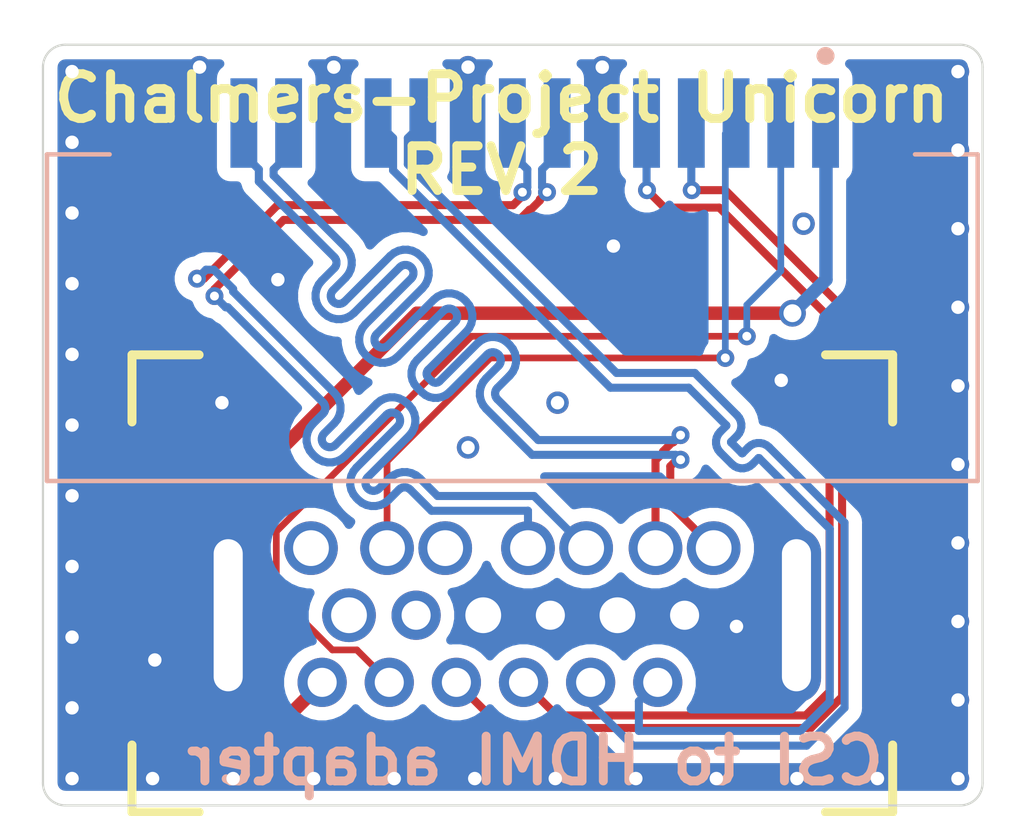
<source format=kicad_pcb>
(kicad_pcb (version 20171130) (host pcbnew "(5.1.6)-1")

  (general
    (thickness 1.6)
    (drawings 10)
    (tracks 608)
    (zones 0)
    (modules 2)
    (nets 13)
  )

  (page A4)
  (layers
    (0 F.Cu signal)
    (1 In1.Cu signal hide)
    (2 In2.Cu signal hide)
    (31 B.Cu signal)
    (32 B.Adhes user)
    (33 F.Adhes user)
    (34 B.Paste user)
    (35 F.Paste user)
    (36 B.SilkS user)
    (37 F.SilkS user)
    (38 B.Mask user)
    (39 F.Mask user)
    (40 Dwgs.User user)
    (41 Cmts.User user)
    (42 Eco1.User user)
    (43 Eco2.User user)
    (44 Edge.Cuts user)
    (45 Margin user)
    (46 B.CrtYd user)
    (47 F.CrtYd user)
    (48 B.Fab user)
    (49 F.Fab user)
  )

  (setup
    (last_trace_width 0.15)
    (user_trace_width 0.18)
    (user_trace_width 0.3)
    (trace_clearance 0.1)
    (zone_clearance 0.3)
    (zone_45_only no)
    (trace_min 0.1)
    (via_size 0.5)
    (via_drill 0.3)
    (via_min_size 0.4)
    (via_min_drill 0.2)
    (uvia_size 0.3)
    (uvia_drill 0.1)
    (uvias_allowed no)
    (uvia_min_size 0.2)
    (uvia_min_drill 0.1)
    (edge_width 0.05)
    (segment_width 0.2)
    (pcb_text_width 0.3)
    (pcb_text_size 1.5 1.5)
    (mod_edge_width 0.12)
    (mod_text_size 1 1)
    (mod_text_width 0.15)
    (pad_size 1.524 1.524)
    (pad_drill 0.762)
    (pad_to_mask_clearance 0.05)
    (aux_axis_origin 0 0)
    (visible_elements 7FFFFFFF)
    (pcbplotparams
      (layerselection 0x010fc_ffffffff)
      (usegerberextensions false)
      (usegerberattributes true)
      (usegerberadvancedattributes true)
      (creategerberjobfile true)
      (excludeedgelayer true)
      (linewidth 0.100000)
      (plotframeref false)
      (viasonmask false)
      (mode 1)
      (useauxorigin false)
      (hpglpennumber 1)
      (hpglpenspeed 20)
      (hpglpendiameter 15.000000)
      (psnegative false)
      (psa4output false)
      (plotreference true)
      (plotvalue true)
      (plotinvisibletext false)
      (padsonsilk false)
      (subtractmaskfromsilk false)
      (outputformat 1)
      (mirror false)
      (drillshape 1)
      (scaleselection 1)
      (outputdirectory ""))
  )

  (net 0 "")
  (net 1 GND)
  (net 2 /CAM_3V3)
  (net 3 /CAM_SDA)
  (net 4 /CAM_SCL)
  (net 5 /CAM_IO1)
  (net 6 /CAM_IO0)
  (net 7 /CAM_CK_P)
  (net 8 /CAM_CK_N)
  (net 9 /CAM_D1_P)
  (net 10 /CAM_D1_N)
  (net 11 /CAM-D0_P)
  (net 12 /CAM-D0_N)

  (net_class Default "This is the default net class."
    (clearance 0.1)
    (trace_width 0.15)
    (via_dia 0.5)
    (via_drill 0.3)
    (uvia_dia 0.3)
    (uvia_drill 0.1)
    (diff_pair_width 0.18)
    (diff_pair_gap 0.15)
    (add_net /CAM-D0_N)
    (add_net /CAM-D0_P)
    (add_net /CAM_3V3)
    (add_net /CAM_CK_N)
    (add_net /CAM_CK_P)
    (add_net /CAM_D1_N)
    (add_net /CAM_D1_P)
    (add_net /CAM_IO0)
    (add_net /CAM_IO1)
    (add_net /CAM_SCL)
    (add_net /CAM_SDA)
    (add_net GND)
  )

  (module local:SFW15R2STE1LF (layer B.Cu) (tedit 5EEE3F04) (tstamp 5EEE9985)
    (at 142.24 102.75 180)
    (descr SFW15R-2STE1LF-2)
    (tags Connector)
    (path /5EEF2C9F)
    (attr smd)
    (fp_text reference J1 (at 0 0.5) (layer B.SilkS) hide
      (effects (font (size 1.27 1.27) (thickness 0.254)) (justify mirror))
    )
    (fp_text value Conn_01x15_MountingPin (at 0 -2) (layer B.SilkS) hide
      (effects (font (size 1.27 1.27) (thickness 0.254)) (justify mirror))
    )
    (fp_line (start -6.9 5.5) (end -6.9 5.5) (layer B.SilkS) (width 0.2))
    (fp_line (start -7.1 5.5) (end -7.1 5.5) (layer B.SilkS) (width 0.2))
    (fp_line (start 10.4 3.3) (end 9 3.3) (layer B.SilkS) (width 0.1))
    (fp_line (start 10.4 -4) (end 10.4 3.3) (layer B.SilkS) (width 0.1))
    (fp_line (start -10.4 -4) (end 10.4 -4) (layer B.SilkS) (width 0.1))
    (fp_line (start -10.4 3.3) (end -10.4 -4) (layer B.SilkS) (width 0.1))
    (fp_line (start -9 3.3) (end -10.4 3.3) (layer B.SilkS) (width 0.1))
    (fp_line (start -11.4 -5) (end -11.4 6) (layer B.CrtYd) (width 0.1))
    (fp_line (start 11.4 -5) (end -11.4 -5) (layer B.CrtYd) (width 0.1))
    (fp_line (start 11.4 6) (end 11.4 -5) (layer B.CrtYd) (width 0.1))
    (fp_line (start -11.4 6) (end 11.4 6) (layer B.CrtYd) (width 0.1))
    (fp_line (start -10.4 -4) (end -10.4 3.3) (layer B.Fab) (width 0.2))
    (fp_line (start 10.4 -4) (end -10.4 -4) (layer B.Fab) (width 0.2))
    (fp_line (start 10.4 3.3) (end 10.4 -4) (layer B.Fab) (width 0.2))
    (fp_line (start -10.4 3.3) (end 10.4 3.3) (layer B.Fab) (width 0.2))
    (fp_arc (start -7 5.5) (end -6.9 5.5) (angle -180) (layer B.SilkS) (width 0.2))
    (fp_arc (start -7 5.5) (end -7.1 5.5) (angle -180) (layer B.SilkS) (width 0.2))
    (fp_text user %R (at 0 0.5) (layer B.Fab)
      (effects (font (size 1.27 1.27) (thickness 0.254)) (justify mirror))
    )
    (pad MP smd rect (at 8 1.9 180) (size 0.7 4.2) (layers B.Cu B.Paste B.Mask)
      (net 1 GND))
    (pad MP smd rect (at -8 1.9 180) (size 0.7 4.2) (layers B.Cu B.Paste B.Mask)
      (net 1 GND))
    (pad 15 smd rect (at 7 4 180) (size 0.6 2) (layers B.Cu B.Paste B.Mask)
      (net 1 GND))
    (pad 14 smd rect (at 6 4 180) (size 0.6 2) (layers B.Cu B.Paste B.Mask)
      (net 12 /CAM-D0_N))
    (pad 13 smd rect (at 5 4 180) (size 0.6 2) (layers B.Cu B.Paste B.Mask)
      (net 11 /CAM-D0_P))
    (pad 12 smd rect (at 4 4 180) (size 0.6 2) (layers B.Cu B.Paste B.Mask)
      (net 1 GND))
    (pad 11 smd rect (at 3 4 180) (size 0.6 2) (layers B.Cu B.Paste B.Mask)
      (net 10 /CAM_D1_N))
    (pad 10 smd rect (at 2 4 180) (size 0.6 2) (layers B.Cu B.Paste B.Mask)
      (net 9 /CAM_D1_P))
    (pad 9 smd rect (at 1 4 180) (size 0.6 2) (layers B.Cu B.Paste B.Mask)
      (net 1 GND))
    (pad 8 smd rect (at 0 4 180) (size 0.6 2) (layers B.Cu B.Paste B.Mask)
      (net 8 /CAM_CK_N))
    (pad 7 smd rect (at -1 4 180) (size 0.6 2) (layers B.Cu B.Paste B.Mask)
      (net 7 /CAM_CK_P))
    (pad 6 smd rect (at -2 4 180) (size 0.6 2) (layers B.Cu B.Paste B.Mask)
      (net 1 GND))
    (pad 5 smd rect (at -3 4 180) (size 0.6 2) (layers B.Cu B.Paste B.Mask)
      (net 6 /CAM_IO0))
    (pad 4 smd rect (at -4 4 180) (size 0.6 2) (layers B.Cu B.Paste B.Mask)
      (net 5 /CAM_IO1))
    (pad 3 smd rect (at -5 4 180) (size 0.6 2) (layers B.Cu B.Paste B.Mask)
      (net 4 /CAM_SCL))
    (pad 2 smd rect (at -6 4 180) (size 0.6 2) (layers B.Cu B.Paste B.Mask)
      (net 3 /CAM_SDA))
    (pad 1 smd rect (at -7 4 180) (size 0.6 2) (layers B.Cu B.Paste B.Mask)
      (net 2 /CAM_3V3))
    (model SFW15R-2STE1LF.stp
      (at (xyz 0 0 0))
      (scale (xyz 1 1 1))
      (rotate (xyz 0 0 0))
    )
    (model ${KIPRJMOD}/lib/local.3dshapes/SFW15R-2STE1LF.stp
      (at (xyz 0 0 0))
      (scale (xyz 1 1 1))
      (rotate (xyz 0 0 0))
    )
  )

  (module local:MHDR-A511-M0 locked (layer F.Cu) (tedit 5EEE2FCB) (tstamp 5EEE99A6)
    (at 142.24 108.25)
    (path /5EEF45F1)
    (fp_text reference J2 (at 0 4.75) (layer F.SilkS) hide
      (effects (font (size 1 1) (thickness 0.15)))
    )
    (fp_text value Conn_01x19_MountingPin (at 0 -2) (layer F.Fab)
      (effects (font (size 1 1) (thickness 0.15)))
    )
    (fp_line (start 7 -4.32) (end 8.5 -4.32) (layer F.SilkS) (width 0.2))
    (fp_line (start 8.5 -2.82) (end 8.5 -4.32) (layer F.SilkS) (width 0.2))
    (fp_line (start -8.5 -4.32) (end -7 -4.32) (layer F.SilkS) (width 0.2))
    (fp_line (start -8.5 -2.82) (end -8.5 -4.32) (layer F.SilkS) (width 0.2))
    (fp_line (start 7 5.9) (end 8.5 5.9) (layer F.SilkS) (width 0.2))
    (fp_line (start 8.5 5.9) (end 8.5 4.4) (layer F.SilkS) (width 0.2))
    (fp_line (start -8.5 5.9) (end -7 5.9) (layer F.SilkS) (width 0.2))
    (fp_line (start -8.5 5.9) (end -8.5 4.4) (layer F.SilkS) (width 0.2))
    (pad MP thru_hole oval (at -6.35 1.5) (size 1.1 3.9) (drill oval 0.65 3.4) (layers *.Cu *.Mask)
      (net 1 GND))
    (pad 2 thru_hole circle (at 3.85 1.5) (size 1.1 1.1) (drill 0.65) (layers *.Cu *.Mask)
      (net 1 GND))
    (pad 5 thru_hole circle (at 2.35 1.5) (size 1.2 1.2) (drill 0.8) (layers *.Cu *.Mask)
      (net 1 GND))
    (pad 8 thru_hole circle (at 0.85 1.5) (size 1.1 1.1) (drill 0.65) (layers *.Cu *.Mask)
      (net 1 GND))
    (pad 11 thru_hole circle (at -0.65 1.5) (size 1.2 1.2) (drill 0.8) (layers *.Cu *.Mask)
      (net 1 GND))
    (pad 14 thru_hole circle (at -2.15 1.5) (size 1.1 1.1) (drill 0.65) (layers *.Cu *.Mask))
    (pad 18 thru_hole circle (at -4.25 3) (size 1.1 1.1) (drill 0.65) (layers *.Cu *.Mask)
      (net 2 /CAM_3V3))
    (pad 16 thru_hole circle (at -2.75 3) (size 1.1 1.1) (drill 0.65) (layers *.Cu *.Mask)
      (net 3 /CAM_SDA))
    (pad 12 thru_hole circle (at -1.25 3) (size 1.1 1.1) (drill 0.65) (layers *.Cu *.Mask)
      (net 5 /CAM_IO1))
    (pad 4 thru_hole circle (at 3.25 3) (size 1.1 1.1) (drill 0.65) (layers *.Cu *.Mask)
      (net 10 /CAM_D1_N))
    (pad 6 thru_hole circle (at 1.75 3) (size 1.1 1.1) (drill 0.65) (layers *.Cu *.Mask)
      (net 9 /CAM_D1_P))
    (pad 10 thru_hole circle (at 0.25 3) (size 1.1 1.1) (drill 0.65) (layers *.Cu *.Mask)
      (net 6 /CAM_IO0))
    (pad 17 thru_hole circle (at -3.65 1.5) (size 1.2 1.2) (drill 0.8) (layers *.Cu *.Mask))
    (pad 7 thru_hole circle (at 1.65 0) (size 1.2 1.2) (drill 0.8) (layers *.Cu *.Mask)
      (net 8 /CAM_CK_N))
    (pad 9 thru_hole circle (at 0.35 0) (size 1.2 1.2) (drill 0.8) (layers *.Cu *.Mask)
      (net 7 /CAM_CK_P))
    (pad 13 thru_hole circle (at -1.5 0) (size 1.2 1.2) (drill 0.8) (layers *.Cu *.Mask))
    (pad 15 thru_hole circle (at -2.8 0) (size 1.2 1.2) (drill 0.8) (layers *.Cu *.Mask)
      (net 4 /CAM_SCL))
    (pad 19 thru_hole circle (at -4.5 0) (size 1.2 1.2) (drill 0.8) (layers *.Cu *.Mask))
    (pad 3 thru_hole circle (at 3.2 0) (size 1.2 1.2) (drill 0.8) (layers *.Cu *.Mask)
      (net 11 /CAM-D0_P))
    (pad 1 thru_hole circle (at 4.5 0) (size 1.2 1.2) (drill 0.8) (layers *.Cu *.Mask)
      (net 12 /CAM-D0_N))
    (pad MP thru_hole oval (at 6.35 1.5) (size 1.1 3.9) (drill oval 0.65 3.4) (layers *.Cu *.Mask)
      (net 1 GND))
  )

  (gr_text "Chalmers-Project Unicorn\nREV 2" (at 142 99) (layer F.SilkS)
    (effects (font (size 1 1) (thickness 0.2)))
  )
  (gr_line (start 131.75 97.5) (end 131.75 113.5) (layer Edge.Cuts) (width 0.05) (tstamp 5EEFAE9C))
  (gr_line (start 152.75 97.5) (end 152.75 113.5) (layer Edge.Cuts) (width 0.05) (tstamp 5EEFAE9B))
  (gr_line (start 132.25 97) (end 152.25 97) (layer Edge.Cuts) (width 0.05) (tstamp 5EEFAE9A))
  (gr_line (start 152.25 114) (end 132.25 114) (layer Edge.Cuts) (width 0.05) (tstamp 5EEFACEF))
  (gr_text "CSI to HDMI adapter" (at 142.75 113) (layer B.SilkS) (tstamp 5EEEABD2)
    (effects (font (size 1 1) (thickness 0.2)) (justify mirror))
  )
  (gr_arc (start 132.25 97.5) (end 132.25 97) (angle -90) (layer Edge.Cuts) (width 0.05))
  (gr_arc (start 132.25 113.5) (end 131.75 113.5) (angle -90) (layer Edge.Cuts) (width 0.05))
  (gr_arc (start 152.25 113.5) (end 152.25 114) (angle -90) (layer Edge.Cuts) (width 0.05) (tstamp 5EEFAE57))
  (gr_arc (start 152.25 97.5) (end 152.75 97.5) (angle -90) (layer Edge.Cuts) (width 0.05) (tstamp 5EEFACE5))

  (via (at 148.75 101) (size 0.5) (drill 0.3) (layers F.Cu B.Cu) (net 0))
  (via (at 141.25 106) (size 0.5) (drill 0.3) (layers F.Cu B.Cu) (net 0))
  (via (at 143.25 105) (size 0.5) (drill 0.3) (layers F.Cu B.Cu) (net 0))
  (segment (start 141.59 109.75) (end 143.09 109.75) (width 0.15) (layer In1.Cu) (net 1))
  (segment (start 143.09 109.75) (end 144.59 109.75) (width 0.15) (layer In1.Cu) (net 1))
  (segment (start 144.59 109.75) (end 146.09 109.75) (width 0.15) (layer In1.Cu) (net 1))
  (segment (start 146.09 109.75) (end 148.59 109.75) (width 0.15) (layer In1.Cu) (net 1))
  (via (at 132.4 97.6) (size 0.5) (drill 0.3) (layers F.Cu B.Cu) (net 1))
  (via (at 132.4 99.18) (size 0.5) (drill 0.3) (layers F.Cu B.Cu) (net 1))
  (via (at 132.4 100.76) (size 0.5) (drill 0.3) (layers F.Cu B.Cu) (net 1))
  (via (at 132.4 102.34) (size 0.5) (drill 0.3) (layers F.Cu B.Cu) (net 1))
  (via (at 132.4 103.92) (size 0.5) (drill 0.3) (layers F.Cu B.Cu) (net 1))
  (via (at 132.4 105.5) (size 0.5) (drill 0.3) (layers F.Cu B.Cu) (net 1))
  (via (at 132.4 107.08) (size 0.5) (drill 0.3) (layers F.Cu B.Cu) (net 1))
  (via (at 132.4 108.66) (size 0.5) (drill 0.3) (layers F.Cu B.Cu) (net 1))
  (via (at 132.4 110.24) (size 0.5) (drill 0.3) (layers F.Cu B.Cu) (net 1))
  (via (at 132.4 111.82) (size 0.5) (drill 0.3) (layers F.Cu B.Cu) (net 1))
  (via (at 132.4 113.4) (size 0.5) (drill 0.3) (layers F.Cu B.Cu) (net 1))
  (via (at 134.2 113.4) (size 0.5) (drill 0.3) (layers F.Cu B.Cu) (net 1))
  (via (at 136 113.4) (size 0.5) (drill 0.3) (layers F.Cu B.Cu) (net 1))
  (via (at 137.8 113.4) (size 0.5) (drill 0.3) (layers F.Cu B.Cu) (net 1))
  (via (at 139.6 113.4) (size 0.5) (drill 0.3) (layers F.Cu B.Cu) (net 1))
  (via (at 141.4 113.4) (size 0.5) (drill 0.3) (layers F.Cu B.Cu) (net 1))
  (via (at 143.2 113.4) (size 0.5) (drill 0.3) (layers F.Cu B.Cu) (net 1))
  (via (at 145 113.4) (size 0.5) (drill 0.3) (layers F.Cu B.Cu) (net 1))
  (via (at 146.8 113.4) (size 0.5) (drill 0.3) (layers F.Cu B.Cu) (net 1))
  (via (at 148.6 113.4) (size 0.5) (drill 0.3) (layers F.Cu B.Cu) (net 1))
  (via (at 150.4 113.4) (size 0.5) (drill 0.3) (layers F.Cu B.Cu) (net 1))
  (via (at 152.2 111.64444) (size 0.5) (drill 0.3) (layers F.Cu B.Cu) (net 1))
  (via (at 152.2 102.866665) (size 0.5) (drill 0.3) (layers F.Cu B.Cu) (net 1))
  (via (at 152.2 108.13333) (size 0.5) (drill 0.3) (layers F.Cu B.Cu) (net 1))
  (via (at 152.2 97.6) (size 0.5) (drill 0.3) (layers F.Cu B.Cu) (net 1))
  (via (at 152.2 104.62222) (size 0.5) (drill 0.3) (layers F.Cu B.Cu) (net 1))
  (via (at 152.2 101.11111) (size 0.5) (drill 0.3) (layers F.Cu B.Cu) (net 1))
  (via (at 152.2 99.355555) (size 0.5) (drill 0.3) (layers F.Cu B.Cu) (net 1))
  (via (at 152.2 106.377775) (size 0.5) (drill 0.3) (layers F.Cu B.Cu) (net 1))
  (via (at 152.2 109.888885) (size 0.5) (drill 0.3) (layers F.Cu B.Cu) (net 1))
  (via (at 152.2 113.4) (size 0.5) (drill 0.3) (layers F.Cu B.Cu) (net 1))
  (via (at 141.25 97.5) (size 0.5) (drill 0.3) (layers F.Cu B.Cu) (net 1))
  (via (at 138.25 97.5) (size 0.5) (drill 0.3) (layers F.Cu B.Cu) (net 1))
  (via (at 135.25 97.5) (size 0.5) (drill 0.3) (layers F.Cu B.Cu) (net 1))
  (via (at 144.25 97.5) (size 0.5) (drill 0.3) (layers F.Cu B.Cu) (net 1))
  (via (at 144.5 101.5) (size 0.5) (drill 0.3) (layers F.Cu B.Cu) (net 1))
  (via (at 137 102.25) (size 0.5) (drill 0.3) (layers F.Cu B.Cu) (net 1))
  (via (at 147.25 110) (size 0.5) (drill 0.3) (layers F.Cu B.Cu) (net 1))
  (via (at 134.25 110.75) (size 0.5) (drill 0.3) (layers F.Cu B.Cu) (net 1))
  (via (at 148.25 104.5) (size 0.5) (drill 0.3) (layers F.Cu B.Cu) (net 1))
  (via (at 135.75 105) (size 0.5) (drill 0.3) (layers F.Cu B.Cu) (net 1))
  (segment (start 140.108616 103) (end 148.5 103) (width 0.3) (layer F.Cu) (net 2))
  (segment (start 137.99 111.25) (end 137.28999 111.95001) (width 0.3) (layer F.Cu) (net 2))
  (segment (start 149.24 98.75) (end 149.250001 98.760001) (width 0.3) (layer B.Cu) (net 2))
  (segment (start 137.28999 111.95001) (end 135.558626 111.95001) (width 0.3) (layer F.Cu) (net 2))
  (segment (start 135.08999 111.481374) (end 135.08999 108.018626) (width 0.3) (layer F.Cu) (net 2))
  (segment (start 135.558626 111.95001) (end 135.08999 111.481374) (width 0.3) (layer F.Cu) (net 2))
  (segment (start 149.250001 98.760001) (end 149.250001 102.249999) (width 0.3) (layer B.Cu) (net 2))
  (segment (start 149.250001 102.249999) (end 148.5 103) (width 0.3) (layer B.Cu) (net 2))
  (via (at 148.5 103) (size 0.6) (drill 0.4) (layers F.Cu B.Cu) (net 2))
  (segment (start 135.08999 108.018626) (end 140.108616 103) (width 0.3) (layer F.Cu) (net 2))
  (segment (start 138.217999 110.525001) (end 136.964999 109.272001) (width 0.15) (layer F.Cu) (net 3))
  (segment (start 136.964999 109.272001) (end 136.964999 107.877999) (width 0.15) (layer F.Cu) (net 3))
  (segment (start 138.765001 110.525001) (end 138.217999 110.525001) (width 0.15) (layer F.Cu) (net 3))
  (via (at 147.480285 103.515367) (size 0.4) (drill 0.2) (layers F.Cu B.Cu) (net 3))
  (segment (start 141.327631 103.515367) (end 147.480285 103.515367) (width 0.15) (layer F.Cu) (net 3))
  (segment (start 139.49 111.25) (end 138.765001 110.525001) (width 0.15) (layer F.Cu) (net 3))
  (segment (start 136.964999 107.877999) (end 141.327631 103.515367) (width 0.15) (layer F.Cu) (net 3))
  (segment (start 148.24 98.75) (end 148.24 102.056996) (width 0.15) (layer B.Cu) (net 3))
  (segment (start 148.24 102.056996) (end 147.480285 102.816711) (width 0.15) (layer B.Cu) (net 3))
  (segment (start 147.480285 102.816711) (end 147.480285 103.515367) (width 0.15) (layer B.Cu) (net 3))
  (via (at 147 104) (size 0.4) (drill 0.2) (layers F.Cu B.Cu) (net 4))
  (segment (start 147.24 98.75) (end 147 98.99) (width 0.15) (layer B.Cu) (net 4))
  (segment (start 147 98.99) (end 147 104) (width 0.15) (layer B.Cu) (net 4))
  (segment (start 147 104) (end 141.75 104) (width 0.15) (layer F.Cu) (net 4))
  (segment (start 139.44 106.31) (end 139.44 108.25) (width 0.15) (layer F.Cu) (net 4))
  (segment (start 141.75 104) (end 139.44 106.31) (width 0.15) (layer F.Cu) (net 4))
  (via (at 146.25 100.25) (size 0.4) (drill 0.2) (layers F.Cu B.Cu) (net 5))
  (segment (start 146.24 98.75) (end 146.24 100.24) (width 0.18) (layer B.Cu) (net 5))
  (segment (start 146.24 100.24) (end 146.25 100.25) (width 0.18) (layer B.Cu) (net 5))
  (segment (start 149.61002 102.86002) (end 149.61002 111.572505) (width 0.18) (layer F.Cu) (net 5))
  (segment (start 148.912514 112.270011) (end 142.010011 112.270011) (width 0.18) (layer F.Cu) (net 5))
  (segment (start 146.25 100.25) (end 147 100.25) (width 0.18) (layer F.Cu) (net 5))
  (segment (start 149.61002 111.572505) (end 148.912514 112.270011) (width 0.18) (layer F.Cu) (net 5))
  (segment (start 147 100.25) (end 149.61002 102.86002) (width 0.18) (layer F.Cu) (net 5))
  (segment (start 142.010011 112.270011) (end 140.99 111.25) (width 0.18) (layer F.Cu) (net 5))
  (via (at 145.25 100.25) (size 0.4) (drill 0.2) (layers F.Cu B.Cu) (net 6))
  (segment (start 145.24 98.75) (end 145.24 100.24) (width 0.18) (layer B.Cu) (net 6))
  (segment (start 145.24 100.24) (end 145.25 100.25) (width 0.18) (layer B.Cu) (net 6))
  (segment (start 143.230001 111.990001) (end 142.49 111.25) (width 0.18) (layer F.Cu) (net 6))
  (segment (start 148.796531 111.990001) (end 143.230001 111.990001) (width 0.18) (layer F.Cu) (net 6))
  (segment (start 149.33001 103.104808) (end 149.33001 111.456522) (width 0.18) (layer F.Cu) (net 6))
  (segment (start 145.640001 100.640001) (end 146.865203 100.640001) (width 0.18) (layer F.Cu) (net 6))
  (segment (start 149.33001 111.456522) (end 148.796531 111.990001) (width 0.18) (layer F.Cu) (net 6))
  (segment (start 145.25 100.25) (end 145.640001 100.640001) (width 0.18) (layer F.Cu) (net 6))
  (segment (start 146.865203 100.640001) (end 149.33001 103.104808) (width 0.18) (layer F.Cu) (net 6))
  (segment (start 142.905 100.185301) (end 143.015 100.295301) (width 0.18) (layer B.Cu) (net 7))
  (segment (start 143.24 99.45) (end 142.905 99.785) (width 0.18) (layer B.Cu) (net 7))
  (segment (start 142.905 99.785) (end 142.905 100.185301) (width 0.18) (layer B.Cu) (net 7))
  (via (at 143.015 100.295301) (size 0.4) (drill 0.2) (layers F.Cu B.Cu) (net 7))
  (segment (start 143.24 98.75) (end 143.24 99.45) (width 0.18) (layer B.Cu) (net 7))
  (segment (start 143.015 100.295301) (end 142.855001 100.4553) (width 0.18) (layer F.Cu) (net 7))
  (segment (start 142.855001 100.4553) (end 142.855001 100.482502) (width 0.18) (layer F.Cu) (net 7))
  (segment (start 142.855001 100.482502) (end 142.652201 100.685302) (width 0.18) (layer F.Cu) (net 7))
  (segment (start 142.652201 100.685302) (end 142.624999 100.685302) (width 0.18) (layer F.Cu) (net 7))
  (segment (start 142.624999 100.685302) (end 142.395301 100.915) (width 0.18) (layer F.Cu) (net 7))
  (via (at 135.582842 102.616988) (size 0.4) (drill 0.2) (layers F.Cu B.Cu) (net 7))
  (segment (start 142.395301 100.915) (end 137.129266 100.915) (width 0.18) (layer F.Cu) (net 7))
  (segment (start 137.129266 100.915) (end 135.582842 102.461424) (width 0.18) (layer F.Cu) (net 7))
  (segment (start 135.582842 102.461424) (end 135.582842 102.616988) (width 0.18) (layer F.Cu) (net 7))
  (segment (start 139.228081 105.978081) (end 138.755687 106.450475) (width 0.18) (layer B.Cu) (net 7))
  (segment (start 139.228083 105.978083) (end 139.228081 105.978081) (width 0.18) (layer B.Cu) (net 7))
  (segment (start 139.722259 105.339797) (end 139.731228 105.379094) (width 0.18) (layer B.Cu) (net 7))
  (segment (start 139.70477 105.303481) (end 139.722259 105.339797) (width 0.18) (layer B.Cu) (net 7))
  (segment (start 139.648126 105.246838) (end 139.679639 105.271968) (width 0.18) (layer B.Cu) (net 7))
  (segment (start 137.779884 105.474673) (end 137.712794 105.558802) (width 0.18) (layer B.Cu) (net 7))
  (segment (start 139.572514 105.22038) (end 139.611811 105.229349) (width 0.18) (layer B.Cu) (net 7))
  (segment (start 139.679639 105.271968) (end 139.70477 105.303481) (width 0.18) (layer B.Cu) (net 7))
  (segment (start 138.107544 106.333644) (end 138.215148 106.333644) (width 0.18) (layer B.Cu) (net 7))
  (segment (start 138.973525 105.723525) (end 139.090197 105.606852) (width 0.18) (layer B.Cu) (net 7))
  (segment (start 138.973526 105.723527) (end 138.973525 105.723525) (width 0.18) (layer B.Cu) (net 7))
  (segment (start 139.731227 105.4194) (end 139.722258 105.458697) (width 0.18) (layer B.Cu) (net 7))
  (segment (start 138.050947 105.059501) (end 138.059916 105.098798) (width 0.18) (layer B.Cu) (net 7))
  (segment (start 138.320055 106.3097) (end 138.417004 106.263012) (width 0.18) (layer B.Cu) (net 7))
  (segment (start 138.755687 107.130048) (end 138.797363 107.171724) (width 0.18) (layer B.Cu) (net 7))
  (segment (start 139.532206 105.220379) (end 139.572514 105.22038) (width 0.18) (layer B.Cu) (net 7))
  (segment (start 138.215148 106.333644) (end 138.320055 106.3097) (width 0.18) (layer B.Cu) (net 7))
  (segment (start 139.476935 107.171724) (end 139.705377 106.943281) (width 0.18) (layer B.Cu) (net 7))
  (segment (start 138.033458 105.214717) (end 138.008327 105.246231) (width 0.18) (layer B.Cu) (net 7))
  (segment (start 138.417004 106.263012) (end 138.501132 106.195922) (width 0.18) (layer B.Cu) (net 7))
  (segment (start 138.501132 106.195922) (end 138.973526 105.723527) (width 0.18) (layer B.Cu) (net 7))
  (segment (start 138.050947 105.178402) (end 138.033458 105.214717) (width 0.18) (layer B.Cu) (net 7))
  (segment (start 142.59 107.450014) (end 142.59 108.25) (width 0.18) (layer B.Cu) (net 7))
  (segment (start 139.722258 105.458697) (end 139.704771 105.495013) (width 0.18) (layer B.Cu) (net 7))
  (segment (start 137.642161 105.760657) (end 137.642161 105.868262) (width 0.18) (layer B.Cu) (net 7))
  (segment (start 135.883327 102.866673) (end 138.008327 104.991672) (width 0.18) (layer B.Cu) (net 7))
  (segment (start 138.033458 105.023186) (end 138.050947 105.059501) (width 0.18) (layer B.Cu) (net 7))
  (segment (start 139.679639 105.526526) (end 139.228083 105.978083) (width 0.18) (layer B.Cu) (net 7))
  (segment (start 138.059916 105.098798) (end 138.059916 105.139105) (width 0.18) (layer B.Cu) (net 7))
  (segment (start 138.008327 105.246231) (end 137.779884 105.474673) (width 0.18) (layer B.Cu) (net 7))
  (segment (start 139.456594 105.246837) (end 139.492909 105.229348) (width 0.18) (layer B.Cu) (net 7))
  (segment (start 137.779884 106.154246) (end 137.82156 106.195922) (width 0.18) (layer B.Cu) (net 7))
  (segment (start 138.008327 104.991672) (end 138.033458 105.023186) (width 0.18) (layer B.Cu) (net 7))
  (segment (start 139.704771 105.495013) (end 139.679639 105.526526) (width 0.18) (layer B.Cu) (net 7))
  (segment (start 135.832527 102.866673) (end 135.883327 102.866673) (width 0.18) (layer B.Cu) (net 7))
  (segment (start 139.611811 105.229349) (end 139.648126 105.246838) (width 0.18) (layer B.Cu) (net 7))
  (segment (start 137.905688 106.263012) (end 138.002637 106.3097) (width 0.18) (layer B.Cu) (net 7))
  (segment (start 139.492909 105.229348) (end 139.532206 105.220379) (width 0.18) (layer B.Cu) (net 7))
  (segment (start 137.712794 105.558802) (end 137.666106 105.65575) (width 0.18) (layer B.Cu) (net 7))
  (segment (start 139.295858 107.285502) (end 139.392807 107.238814) (width 0.18) (layer B.Cu) (net 7))
  (segment (start 139.731228 105.379094) (end 139.731227 105.4194) (width 0.18) (layer B.Cu) (net 7))
  (segment (start 135.582842 102.616988) (end 135.832527 102.866673) (width 0.18) (layer B.Cu) (net 7))
  (segment (start 137.666106 105.65575) (end 137.642161 105.760657) (width 0.18) (layer B.Cu) (net 7))
  (segment (start 138.641908 106.631552) (end 138.617964 106.736459) (width 0.18) (layer B.Cu) (net 7))
  (segment (start 137.642161 105.868262) (end 137.666106 105.973169) (width 0.18) (layer B.Cu) (net 7))
  (segment (start 139.090197 105.606852) (end 139.425081 105.271969) (width 0.18) (layer B.Cu) (net 7))
  (segment (start 137.666106 105.973169) (end 137.712794 106.070117) (width 0.18) (layer B.Cu) (net 7))
  (segment (start 137.712794 106.070117) (end 137.779884 106.154246) (width 0.18) (layer B.Cu) (net 7))
  (segment (start 139.425081 105.271969) (end 139.456594 105.246837) (width 0.18) (layer B.Cu) (net 7))
  (segment (start 137.82156 106.195922) (end 137.905688 106.263012) (width 0.18) (layer B.Cu) (net 7))
  (segment (start 139.190951 107.309446) (end 139.295858 107.285502) (width 0.18) (layer B.Cu) (net 7))
  (segment (start 138.002637 106.3097) (end 138.107544 106.333644) (width 0.18) (layer B.Cu) (net 7))
  (segment (start 139.392807 107.238814) (end 139.476935 107.171724) (width 0.18) (layer B.Cu) (net 7))
  (segment (start 138.755687 106.450475) (end 138.688596 106.534604) (width 0.18) (layer B.Cu) (net 7))
  (segment (start 138.688596 106.534604) (end 138.641908 106.631552) (width 0.18) (layer B.Cu) (net 7))
  (segment (start 138.617964 106.736459) (end 138.617964 106.844064) (width 0.18) (layer B.Cu) (net 7))
  (segment (start 138.059916 105.139105) (end 138.050947 105.178402) (width 0.18) (layer B.Cu) (net 7))
  (segment (start 138.617964 106.844064) (end 138.641908 106.948971) (width 0.18) (layer B.Cu) (net 7))
  (segment (start 138.641908 106.948971) (end 138.688596 107.045919) (width 0.18) (layer B.Cu) (net 7))
  (segment (start 138.688596 107.045919) (end 138.755687 107.130048) (width 0.18) (layer B.Cu) (net 7))
  (segment (start 138.797363 107.171724) (end 138.881491 107.238814) (width 0.18) (layer B.Cu) (net 7))
  (segment (start 138.881491 107.238814) (end 138.97844 107.285502) (width 0.18) (layer B.Cu) (net 7))
  (segment (start 138.97844 107.285502) (end 139.083347 107.309446) (width 0.18) (layer B.Cu) (net 7))
  (segment (start 139.083347 107.309446) (end 139.190951 107.309446) (width 0.18) (layer B.Cu) (net 7))
  (segment (start 139.705377 106.943281) (end 139.73689 106.91815) (width 0.18) (layer B.Cu) (net 7))
  (segment (start 139.73689 106.91815) (end 139.773206 106.900661) (width 0.18) (layer B.Cu) (net 7))
  (segment (start 139.773206 106.900661) (end 139.812503 106.891692) (width 0.18) (layer B.Cu) (net 7))
  (segment (start 139.812503 106.891692) (end 139.85281 106.891692) (width 0.18) (layer B.Cu) (net 7))
  (segment (start 142.59 107.416691) (end 142.59 107.450014) (width 0.18) (layer B.Cu) (net 7))
  (segment (start 139.85281 106.891692) (end 139.892106 106.900661) (width 0.18) (layer B.Cu) (net 7))
  (segment (start 139.892106 106.900661) (end 139.928422 106.91815) (width 0.18) (layer B.Cu) (net 7))
  (segment (start 139.928422 106.91815) (end 139.959935 106.943281) (width 0.18) (layer B.Cu) (net 7))
  (segment (start 139.959935 106.943281) (end 140.431654 107.415) (width 0.18) (layer B.Cu) (net 7))
  (segment (start 140.431654 107.415) (end 142.588309 107.415) (width 0.18) (layer B.Cu) (net 7))
  (segment (start 142.588309 107.415) (end 142.59 107.416691) (width 0.18) (layer B.Cu) (net 7))
  (segment (start 142.24 99.45) (end 142.575 99.785) (width 0.18) (layer B.Cu) (net 8))
  (segment (start 142.24 98.75) (end 142.24 99.45) (width 0.18) (layer B.Cu) (net 8))
  (segment (start 142.575 100.185301) (end 142.465 100.295301) (width 0.18) (layer B.Cu) (net 8))
  (via (at 142.465 100.295301) (size 0.4) (drill 0.2) (layers F.Cu B.Cu) (net 8))
  (segment (start 142.575 99.785) (end 142.575 100.185301) (width 0.18) (layer B.Cu) (net 8))
  (segment (start 142.465 100.37861) (end 142.25861 100.585) (width 0.18) (layer F.Cu) (net 8))
  (segment (start 142.465 100.295301) (end 142.465 100.37861) (width 0.18) (layer F.Cu) (net 8))
  (segment (start 135.349496 102.228078) (end 135.193932 102.228078) (width 0.18) (layer F.Cu) (net 8))
  (segment (start 142.25861 100.585) (end 136.992574 100.585) (width 0.18) (layer F.Cu) (net 8))
  (via (at 135.193932 102.228078) (size 0.4) (drill 0.2) (layers F.Cu B.Cu) (net 8))
  (segment (start 136.992574 100.585) (end 135.349496 102.228078) (width 0.18) (layer F.Cu) (net 8))
  (segment (start 143.038901 107.398901) (end 143.89 108.25) (width 0.18) (layer B.Cu) (net 8))
  (segment (start 140.172443 106.689098) (end 140.568346 107.085) (width 0.18) (layer B.Cu) (net 8))
  (segment (start 140.088314 106.622008) (end 140.172443 106.689098) (width 0.18) (layer B.Cu) (net 8))
  (segment (start 139.991366 106.57532) (end 140.088314 106.622008) (width 0.18) (layer B.Cu) (net 8))
  (segment (start 139.886459 106.551375) (end 139.991366 106.57532) (width 0.18) (layer B.Cu) (net 8))
  (segment (start 139.673947 106.57532) (end 139.778854 106.551375) (width 0.18) (layer B.Cu) (net 8))
  (segment (start 139.576999 106.622008) (end 139.673947 106.57532) (width 0.18) (layer B.Cu) (net 8))
  (segment (start 139.49287 106.689098) (end 139.576999 106.622008) (width 0.18) (layer B.Cu) (net 8))
  (segment (start 139.264428 106.917541) (end 139.49287 106.689098) (width 0.18) (layer B.Cu) (net 8))
  (segment (start 139.232914 106.942672) (end 139.264428 106.917541) (width 0.18) (layer B.Cu) (net 8))
  (segment (start 139.196599 106.96016) (end 139.232914 106.942672) (width 0.18) (layer B.Cu) (net 8))
  (segment (start 139.157302 106.969129) (end 139.196599 106.96016) (width 0.18) (layer B.Cu) (net 8))
  (segment (start 139.116995 106.969129) (end 139.157302 106.969129) (width 0.18) (layer B.Cu) (net 8))
  (segment (start 139.077698 106.96016) (end 139.116995 106.969129) (width 0.18) (layer B.Cu) (net 8))
  (segment (start 139.041383 106.942672) (end 139.077698 106.96016) (width 0.18) (layer B.Cu) (net 8))
  (segment (start 139.00987 106.917541) (end 139.041383 106.942672) (width 0.18) (layer B.Cu) (net 8))
  (segment (start 138.984739 106.886027) (end 139.00987 106.917541) (width 0.18) (layer B.Cu) (net 8))
  (segment (start 138.96725 106.849712) (end 138.984739 106.886027) (width 0.18) (layer B.Cu) (net 8))
  (segment (start 138.958281 106.810415) (end 138.96725 106.849712) (width 0.18) (layer B.Cu) (net 8))
  (segment (start 138.958281 106.770108) (end 138.958281 106.810415) (width 0.18) (layer B.Cu) (net 8))
  (segment (start 138.96725 106.730811) (end 138.958281 106.770108) (width 0.18) (layer B.Cu) (net 8))
  (segment (start 138.984739 106.694496) (end 138.96725 106.730811) (width 0.18) (layer B.Cu) (net 8))
  (segment (start 139.00987 106.662982) (end 138.984739 106.694496) (width 0.18) (layer B.Cu) (net 8))
  (segment (start 139.461426 106.211426) (end 139.00987 106.662982) (width 0.18) (layer B.Cu) (net 8))
  (segment (start 139.461428 106.211428) (end 139.461426 106.211426) (width 0.18) (layer B.Cu) (net 8))
  (segment (start 139.933822 105.739033) (end 139.461428 106.211428) (width 0.18) (layer B.Cu) (net 8))
  (segment (start 140.000912 105.654905) (end 139.933822 105.739033) (width 0.18) (layer B.Cu) (net 8))
  (segment (start 140.047601 105.557957) (end 140.000912 105.654905) (width 0.18) (layer B.Cu) (net 8))
  (segment (start 140.071544 105.453049) (end 140.047601 105.557957) (width 0.18) (layer B.Cu) (net 8))
  (segment (start 140.071544 105.345445) (end 140.071544 105.453049) (width 0.18) (layer B.Cu) (net 8))
  (segment (start 140.047601 105.240539) (end 140.071544 105.345445) (width 0.18) (layer B.Cu) (net 8))
  (segment (start 140.000912 105.143589) (end 140.047601 105.240539) (width 0.18) (layer B.Cu) (net 8))
  (segment (start 139.933822 105.059461) (end 140.000912 105.143589) (width 0.18) (layer B.Cu) (net 8))
  (segment (start 139.892146 105.017785) (end 139.933822 105.059461) (width 0.18) (layer B.Cu) (net 8))
  (segment (start 139.808017 104.950694) (end 139.892146 105.017785) (width 0.18) (layer B.Cu) (net 8))
  (segment (start 139.711069 104.904006) (end 139.808017 104.950694) (width 0.18) (layer B.Cu) (net 8))
  (segment (start 139.606163 104.880063) (end 139.711069 104.904006) (width 0.18) (layer B.Cu) (net 8))
  (segment (start 139.498559 104.880064) (end 139.606163 104.880063) (width 0.18) (layer B.Cu) (net 8))
  (segment (start 139.393651 104.904007) (end 139.498559 104.880064) (width 0.18) (layer B.Cu) (net 8))
  (segment (start 139.296703 104.950695) (end 139.393651 104.904007) (width 0.18) (layer B.Cu) (net 8))
  (segment (start 139.212574 105.017786) (end 139.296703 104.950695) (width 0.18) (layer B.Cu) (net 8))
  (segment (start 138.288625 105.941738) (end 139.212574 105.017786) (width 0.18) (layer B.Cu) (net 8))
  (segment (start 138.257111 105.966869) (end 138.288625 105.941738) (width 0.18) (layer B.Cu) (net 8))
  (segment (start 138.220796 105.984357) (end 138.257111 105.966869) (width 0.18) (layer B.Cu) (net 8))
  (segment (start 138.181499 105.993326) (end 138.220796 105.984357) (width 0.18) (layer B.Cu) (net 8))
  (segment (start 138.141192 105.993326) (end 138.181499 105.993326) (width 0.18) (layer B.Cu) (net 8))
  (segment (start 138.101895 105.984357) (end 138.141192 105.993326) (width 0.18) (layer B.Cu) (net 8))
  (segment (start 137.991447 105.755009) (end 137.982478 105.794306) (width 0.18) (layer B.Cu) (net 8))
  (segment (start 138.376289 105.277661) (end 138.329601 105.374609) (width 0.18) (layer B.Cu) (net 8))
  (segment (start 138.329601 104.863294) (end 138.376289 104.960242) (width 0.18) (layer B.Cu) (net 8))
  (segment (start 139.778854 106.551375) (end 139.886459 106.551375) (width 0.18) (layer B.Cu) (net 8))
  (segment (start 135.393931 102.028079) (end 135.571135 102.028079) (width 0.18) (layer B.Cu) (net 8))
  (segment (start 140.568346 107.085) (end 142.725 107.085) (width 0.18) (layer B.Cu) (net 8))
  (segment (start 142.725 107.085) (end 143.038901 107.398901) (width 0.18) (layer B.Cu) (net 8))
  (segment (start 138.008936 105.910225) (end 138.034067 105.941738) (width 0.18) (layer B.Cu) (net 8))
  (segment (start 137.982478 105.834613) (end 137.991447 105.873909) (width 0.18) (layer B.Cu) (net 8))
  (segment (start 138.034067 105.68718) (end 138.008936 105.718693) (width 0.18) (layer B.Cu) (net 8))
  (segment (start 138.26251 105.458738) (end 138.034067 105.68718) (width 0.18) (layer B.Cu) (net 8))
  (segment (start 135.193932 102.228078) (end 135.393931 102.028079) (width 0.18) (layer B.Cu) (net 8))
  (segment (start 135.571135 102.028079) (end 136 102.456944) (width 0.18) (layer B.Cu) (net 8))
  (segment (start 136 102.456944) (end 136 102.516654) (width 0.18) (layer B.Cu) (net 8))
  (segment (start 136 102.516654) (end 138.26251 104.779165) (width 0.18) (layer B.Cu) (net 8))
  (segment (start 138.26251 104.779165) (end 138.329601 104.863294) (width 0.18) (layer B.Cu) (net 8))
  (segment (start 138.376289 104.960242) (end 138.400233 105.065149) (width 0.18) (layer B.Cu) (net 8))
  (segment (start 138.400233 105.065149) (end 138.400233 105.172754) (width 0.18) (layer B.Cu) (net 8))
  (segment (start 138.400233 105.172754) (end 138.376289 105.277661) (width 0.18) (layer B.Cu) (net 8))
  (segment (start 138.329601 105.374609) (end 138.26251 105.458738) (width 0.18) (layer B.Cu) (net 8))
  (segment (start 138.008936 105.718693) (end 137.991447 105.755009) (width 0.18) (layer B.Cu) (net 8))
  (segment (start 137.982478 105.794306) (end 137.982478 105.834613) (width 0.18) (layer B.Cu) (net 8))
  (segment (start 137.991447 105.873909) (end 138.008936 105.910225) (width 0.18) (layer B.Cu) (net 8))
  (segment (start 138.034067 105.941738) (end 138.06558 105.966869) (width 0.18) (layer B.Cu) (net 8))
  (segment (start 138.06558 105.966869) (end 138.101895 105.984357) (width 0.18) (layer B.Cu) (net 8))
  (segment (start 147.376305 106.129107) (end 147.373177 106.128394) (width 0.18) (layer B.Cu) (net 9))
  (segment (start 147.131482 105.888198) (end 147.130091 105.885308) (width 0.18) (layer B.Cu) (net 9))
  (segment (start 147.379515 106.129108) (end 147.376305 106.129107) (width 0.18) (layer B.Cu) (net 9))
  (segment (start 147.504717 106.008328) (end 147.388042 106.125) (width 0.18) (layer B.Cu) (net 9))
  (segment (start 147.382643 106.128394) (end 147.379515 106.129108) (width 0.18) (layer B.Cu) (net 9))
  (segment (start 147.388042 106.125) (end 147.385533 106.127001) (width 0.18) (layer B.Cu) (net 9))
  (segment (start 147.385533 106.127001) (end 147.382643 106.128394) (width 0.18) (layer B.Cu) (net 9))
  (segment (start 147.370285 106.127001) (end 147.367776 106.125) (width 0.18) (layer B.Cu) (net 9))
  (segment (start 147.575585 105.948961) (end 147.518786 105.994259) (width 0.18) (layer B.Cu) (net 9))
  (segment (start 147.264226 105.739699) (end 147.309522 105.682899) (width 0.18) (layer B.Cu) (net 9))
  (segment (start 147.64104 105.91744) (end 147.575585 105.948961) (width 0.18) (layer B.Cu) (net 9))
  (segment (start 147.129377 105.87897) (end 147.130091 105.875842) (width 0.18) (layer B.Cu) (net 9))
  (segment (start 149.665 111.818346) (end 149.665 107.681654) (width 0.18) (layer B.Cu) (net 9))
  (segment (start 143.99 111.25) (end 143.99 111.723346) (width 0.18) (layer B.Cu) (net 9))
  (segment (start 147.367776 106.125) (end 147.133483 105.890707) (width 0.18) (layer B.Cu) (net 9))
  (segment (start 148.818346 112.665) (end 149.665 111.818346) (width 0.18) (layer B.Cu) (net 9))
  (segment (start 147.373177 106.128394) (end 147.370285 106.127001) (width 0.18) (layer B.Cu) (net 9))
  (segment (start 147.855348 105.91744) (end 147.78452 105.901275) (width 0.18) (layer B.Cu) (net 9))
  (segment (start 147.518786 105.994259) (end 147.504717 106.008328) (width 0.18) (layer B.Cu) (net 9))
  (segment (start 147.71187 105.901275) (end 147.64104 105.91744) (width 0.18) (layer B.Cu) (net 9))
  (segment (start 143.99 111.723346) (end 144.931654 112.665) (width 0.18) (layer B.Cu) (net 9))
  (segment (start 149.665 107.681654) (end 147.977604 105.994259) (width 0.18) (layer B.Cu) (net 9))
  (segment (start 147.977604 105.994259) (end 147.920803 105.948961) (width 0.18) (layer B.Cu) (net 9))
  (segment (start 144.931654 112.665) (end 148.818346 112.665) (width 0.18) (layer B.Cu) (net 9))
  (segment (start 147.130091 105.885308) (end 147.129376 105.882178) (width 0.18) (layer B.Cu) (net 9))
  (segment (start 147.920803 105.948961) (end 147.855348 105.91744) (width 0.18) (layer B.Cu) (net 9))
  (segment (start 147.78452 105.901275) (end 147.71187 105.901275) (width 0.18) (layer B.Cu) (net 9))
  (segment (start 147.133483 105.870441) (end 147.264226 105.739699) (width 0.18) (layer B.Cu) (net 9))
  (segment (start 147.133483 105.890707) (end 147.131482 105.888198) (width 0.18) (layer B.Cu) (net 9))
  (segment (start 147.129376 105.882178) (end 147.129377 105.87897) (width 0.18) (layer B.Cu) (net 9))
  (segment (start 147.130091 105.875842) (end 147.131482 105.87295) (width 0.18) (layer B.Cu) (net 9))
  (segment (start 147.35721 105.546615) (end 147.35721 105.473965) (width 0.18) (layer B.Cu) (net 9))
  (segment (start 147.131482 105.87295) (end 147.133483 105.870441) (width 0.18) (layer B.Cu) (net 9))
  (segment (start 147.309522 105.682899) (end 147.341043 105.617443) (width 0.18) (layer B.Cu) (net 9))
  (segment (start 147.309522 105.337681) (end 147.264226 105.280881) (width 0.18) (layer B.Cu) (net 9))
  (segment (start 147.341043 105.617443) (end 147.35721 105.546615) (width 0.18) (layer B.Cu) (net 9))
  (segment (start 147.35721 105.473965) (end 147.341044 105.403137) (width 0.18) (layer B.Cu) (net 9))
  (segment (start 147.341044 105.403137) (end 147.309522 105.337681) (width 0.18) (layer B.Cu) (net 9))
  (segment (start 147.264226 105.280881) (end 146.318346 104.335) (width 0.18) (layer B.Cu) (net 9))
  (segment (start 146.318346 104.335) (end 144.568346 104.335) (width 0.18) (layer B.Cu) (net 9))
  (segment (start 144.568346 104.335) (end 139.905 99.671654) (width 0.18) (layer B.Cu) (net 9))
  (segment (start 139.905 99.671654) (end 139.905 99.085) (width 0.18) (layer B.Cu) (net 9))
  (segment (start 139.905 99.085) (end 140.24 98.75) (width 0.18) (layer B.Cu) (net 9))
  (segment (start 139.575 99.085) (end 139.24 98.75) (width 0.18) (layer B.Cu) (net 10))
  (segment (start 144.431654 104.665) (end 139.575 99.808346) (width 0.18) (layer B.Cu) (net 10))
  (segment (start 146.181654 104.665) (end 144.431654 104.665) (width 0.18) (layer B.Cu) (net 10))
  (segment (start 147.016812 105.500157) (end 146.181654 104.665) (width 0.18) (layer B.Cu) (net 10))
  (segment (start 147.020918 105.511894) (end 147.020919 105.508686) (width 0.18) (layer B.Cu) (net 10))
  (segment (start 147.018813 105.517914) (end 147.020204 105.515022) (width 0.18) (layer B.Cu) (net 10))
  (segment (start 146.886069 105.651165) (end 147.016812 105.520423) (width 0.18) (layer B.Cu) (net 10))
  (segment (start 146.809251 105.987727) (end 146.793085 105.9169) (width 0.18) (layer B.Cu) (net 10))
  (segment (start 146.840773 106.053184) (end 146.809251 105.987727) (width 0.18) (layer B.Cu) (net 10))
  (segment (start 147.341584 106.465398) (end 147.270756 106.449232) (width 0.18) (layer B.Cu) (net 10))
  (segment (start 147.485064 106.449233) (end 147.414234 106.465398) (width 0.18) (layer B.Cu) (net 10))
  (segment (start 147.550518 106.41771) (end 147.485064 106.449233) (width 0.18) (layer B.Cu) (net 10))
  (segment (start 146.886069 106.109983) (end 146.840773 106.053184) (width 0.18) (layer B.Cu) (net 10))
  (segment (start 147.607318 106.372414) (end 147.550518 106.41771) (width 0.18) (layer B.Cu) (net 10))
  (segment (start 147.738062 106.241673) (end 147.607318 106.372414) (width 0.18) (layer B.Cu) (net 10))
  (segment (start 146.793085 105.9169) (end 146.793085 105.84425) (width 0.18) (layer B.Cu) (net 10))
  (segment (start 147.740571 106.239672) (end 147.738062 106.241673) (width 0.18) (layer B.Cu) (net 10))
  (segment (start 147.743461 106.238279) (end 147.740571 106.239672) (width 0.18) (layer B.Cu) (net 10))
  (segment (start 147.746591 106.237566) (end 147.743461 106.238279) (width 0.18) (layer B.Cu) (net 10))
  (segment (start 147.020204 105.505556) (end 147.018813 105.502666) (width 0.18) (layer B.Cu) (net 10))
  (segment (start 147.749799 106.237566) (end 147.746591 106.237566) (width 0.18) (layer B.Cu) (net 10))
  (segment (start 147.752927 106.238279) (end 147.749799 106.237566) (width 0.18) (layer B.Cu) (net 10))
  (segment (start 147.755819 106.239672) (end 147.752927 106.238279) (width 0.18) (layer B.Cu) (net 10))
  (segment (start 147.018813 105.502666) (end 147.016812 105.500157) (width 0.18) (layer B.Cu) (net 10))
  (segment (start 147.758328 106.241673) (end 147.755819 106.239672) (width 0.18) (layer B.Cu) (net 10))
  (segment (start 147.414234 106.465398) (end 147.341584 106.465398) (width 0.18) (layer B.Cu) (net 10))
  (segment (start 149.335 107.818346) (end 147.758328 106.241673) (width 0.18) (layer B.Cu) (net 10))
  (segment (start 149.335 111.681654) (end 149.335 107.818346) (width 0.18) (layer B.Cu) (net 10))
  (segment (start 147.020919 105.508686) (end 147.020204 105.505556) (width 0.18) (layer B.Cu) (net 10))
  (segment (start 146.793085 105.84425) (end 146.809252 105.773421) (width 0.18) (layer B.Cu) (net 10))
  (segment (start 147.1485 106.372414) (end 146.886069 106.109983) (width 0.18) (layer B.Cu) (net 10))
  (segment (start 146.840773 105.707966) (end 146.886069 105.651165) (width 0.18) (layer B.Cu) (net 10))
  (segment (start 145.068346 112.335) (end 148.681654 112.335) (width 0.18) (layer B.Cu) (net 10))
  (segment (start 146.809252 105.773421) (end 146.840773 105.707966) (width 0.18) (layer B.Cu) (net 10))
  (segment (start 147.2053 106.41771) (end 147.1485 106.372414) (width 0.18) (layer B.Cu) (net 10))
  (segment (start 148.681654 112.335) (end 149.335 111.681654) (width 0.18) (layer B.Cu) (net 10))
  (segment (start 147.020204 105.515022) (end 147.020918 105.511894) (width 0.18) (layer B.Cu) (net 10))
  (segment (start 139.575 99.808346) (end 139.575 99.085) (width 0.18) (layer B.Cu) (net 10))
  (segment (start 147.016812 105.520423) (end 147.018813 105.517914) (width 0.18) (layer B.Cu) (net 10))
  (segment (start 147.270756 106.449232) (end 147.2053 106.41771) (width 0.18) (layer B.Cu) (net 10))
  (segment (start 145.49 111.25) (end 145.068346 111.671654) (width 0.18) (layer B.Cu) (net 10))
  (segment (start 145.068346 111.671654) (end 145.068346 112.335) (width 0.18) (layer B.Cu) (net 10))
  (via (at 146 105.725) (size 0.4) (drill 0.2) (layers F.Cu B.Cu) (net 11))
  (segment (start 145.44 106.285) (end 145.609999 106.115001) (width 0.18) (layer F.Cu) (net 11))
  (segment (start 145.44 108.25) (end 145.44 106.285) (width 0.18) (layer F.Cu) (net 11))
  (segment (start 145.812799 105.884999) (end 145.840001 105.884999) (width 0.18) (layer F.Cu) (net 11))
  (segment (start 145.840001 105.884999) (end 146 105.725) (width 0.18) (layer F.Cu) (net 11))
  (segment (start 145.609999 106.115001) (end 145.609999 106.087799) (width 0.18) (layer F.Cu) (net 11))
  (segment (start 145.609999 106.087799) (end 145.812799 105.884999) (width 0.18) (layer F.Cu) (net 11))
  (segment (start 141.644088 103.556785) (end 141.748994 103.53284) (width 0.18) (layer B.Cu) (net 11))
  (segment (start 141.547138 103.603472) (end 141.644088 103.556785) (width 0.18) (layer B.Cu) (net 11))
  (segment (start 141.185738 103.947834) (end 141.46301 103.670563) (width 0.18) (layer B.Cu) (net 11))
  (segment (start 140.51183 104.553149) (end 140.540678 104.553149) (width 0.18) (layer B.Cu) (net 11))
  (segment (start 140.483706 104.546729) (end 140.51183 104.553149) (width 0.18) (layer B.Cu) (net 11))
  (segment (start 140.36279 104.443856) (end 140.43516 104.516226) (width 0.18) (layer B.Cu) (net 11))
  (segment (start 140.332287 104.39531) (end 140.344804 104.421301) (width 0.18) (layer B.Cu) (net 11))
  (segment (start 140.325868 104.367186) (end 140.332287 104.39531) (width 0.18) (layer B.Cu) (net 11))
  (segment (start 140.325868 104.338338) (end 140.325868 104.367186) (width 0.18) (layer B.Cu) (net 11))
  (segment (start 140.344804 104.284222) (end 140.332287 104.310213) (width 0.18) (layer B.Cu) (net 11))
  (segment (start 140.36279 104.261668) (end 140.344804 104.284222) (width 0.18) (layer B.Cu) (net 11))
  (segment (start 141.187617 103.436845) (end 140.36279 104.261668) (width 0.18) (layer B.Cu) (net 11))
  (segment (start 141.208455 103.416007) (end 141.187617 103.436845) (width 0.18) (layer B.Cu) (net 11))
  (segment (start 141.322232 103.234929) (end 141.275545 103.331879) (width 0.18) (layer B.Cu) (net 11))
  (segment (start 141.346177 103.130023) (end 141.322232 103.234929) (width 0.18) (layer B.Cu) (net 11))
  (segment (start 141.322232 102.917511) (end 141.346177 103.022419) (width 0.18) (layer B.Cu) (net 11))
  (segment (start 141.275545 102.820563) (end 141.322232 102.917511) (width 0.18) (layer B.Cu) (net 11))
  (segment (start 141.166779 102.694759) (end 141.208455 102.736435) (width 0.18) (layer B.Cu) (net 11))
  (segment (start 140.985701 102.58098) (end 141.082651 102.627669) (width 0.18) (layer B.Cu) (net 11))
  (segment (start 140.880795 102.557037) (end 140.985701 102.58098) (width 0.18) (layer B.Cu) (net 11))
  (segment (start 140.668285 102.580982) (end 140.773191 102.557037) (width 0.18) (layer B.Cu) (net 11))
  (segment (start 140.571335 102.627669) (end 140.668285 102.580982) (width 0.18) (layer B.Cu) (net 11))
  (segment (start 140.487207 102.69476) (end 140.571335 102.627669) (width 0.18) (layer B.Cu) (net 11))
  (segment (start 139.465599 103.71637) (end 140.487207 102.69476) (width 0.18) (layer B.Cu) (net 11))
  (segment (start 139.39777 103.758989) (end 139.434085 103.741501) (width 0.18) (layer B.Cu) (net 11))
  (segment (start 139.358473 103.767958) (end 139.39777 103.758989) (width 0.18) (layer B.Cu) (net 11))
  (segment (start 139.318166 103.767958) (end 139.358473 103.767958) (width 0.18) (layer B.Cu) (net 11))
  (segment (start 139.278869 103.758989) (end 139.318166 103.767958) (width 0.18) (layer B.Cu) (net 11))
  (segment (start 139.242554 103.741501) (end 139.278869 103.758989) (width 0.18) (layer B.Cu) (net 11))
  (segment (start 139.211041 103.71637) (end 139.242554 103.741501) (width 0.18) (layer B.Cu) (net 11))
  (segment (start 139.185909 103.684857) (end 139.211041 103.71637) (width 0.18) (layer B.Cu) (net 11))
  (segment (start 139.168421 103.648541) (end 139.185909 103.684857) (width 0.18) (layer B.Cu) (net 11))
  (segment (start 139.159452 103.568937) (end 139.159452 103.609244) (width 0.18) (layer B.Cu) (net 11))
  (segment (start 139.168421 103.529641) (end 139.159452 103.568937) (width 0.18) (layer B.Cu) (net 11))
  (segment (start 138.342363 102.792156) (end 138.38267 102.792156) (width 0.18) (layer B.Cu) (net 11))
  (segment (start 138.266751 102.765699) (end 138.303066 102.783187) (width 0.18) (layer B.Cu) (net 11))
  (segment (start 141.208455 102.736435) (end 141.275545 102.820563) (width 0.18) (layer B.Cu) (net 11))
  (segment (start 140.370374 102.046616) (end 140.370374 102.15422) (width 0.18) (layer B.Cu) (net 11))
  (segment (start 140.594794 104.534213) (end 140.617348 104.516226) (width 0.18) (layer B.Cu) (net 11))
  (segment (start 138.210107 102.709054) (end 138.235238 102.740568) (width 0.18) (layer B.Cu) (net 11))
  (segment (start 138.192618 102.672739) (end 138.210107 102.709054) (width 0.18) (layer B.Cu) (net 11))
  (segment (start 138.183649 102.593135) (end 138.183649 102.633442) (width 0.18) (layer B.Cu) (net 11))
  (segment (start 139.434085 103.741501) (end 139.465599 103.71637) (width 0.18) (layer B.Cu) (net 11))
  (segment (start 140.346429 102.259126) (end 140.299742 102.356076) (width 0.18) (layer B.Cu) (net 11))
  (segment (start 140.43516 104.516226) (end 140.457715 104.534213) (width 0.18) (layer B.Cu) (net 11))
  (segment (start 138.235238 102.486009) (end 138.210107 102.517523) (width 0.18) (layer B.Cu) (net 11))
  (segment (start 141.346177 103.022419) (end 141.346177 103.130023) (width 0.18) (layer B.Cu) (net 11))
  (segment (start 138.51251 102.208738) (end 138.235238 102.486009) (width 0.18) (layer B.Cu) (net 11))
  (segment (start 140.332287 104.310213) (end 140.325868 104.338338) (width 0.18) (layer B.Cu) (net 11))
  (segment (start 138.183649 102.633442) (end 138.192618 102.672739) (width 0.18) (layer B.Cu) (net 11))
  (segment (start 138.650233 101.815149) (end 138.650233 101.922754) (width 0.18) (layer B.Cu) (net 11))
  (segment (start 136.905 99.921654) (end 138.51251 101.529165) (width 0.18) (layer B.Cu) (net 11))
  (segment (start 141.082651 102.627669) (end 141.166779 102.694759) (width 0.18) (layer B.Cu) (net 11))
  (segment (start 138.579601 102.124609) (end 138.51251 102.208738) (width 0.18) (layer B.Cu) (net 11))
  (segment (start 139.594754 103.078099) (end 139.211041 103.461812) (width 0.18) (layer B.Cu) (net 11))
  (segment (start 138.235238 102.740568) (end 138.266751 102.765699) (width 0.18) (layer B.Cu) (net 11))
  (segment (start 137.24 98.75) (end 137.24 99.45) (width 0.18) (layer B.Cu) (net 11))
  (segment (start 140.773191 102.557037) (end 140.880795 102.557037) (width 0.18) (layer B.Cu) (net 11))
  (segment (start 138.579601 101.613294) (end 138.626289 101.710242) (width 0.18) (layer B.Cu) (net 11))
  (segment (start 138.650233 101.922754) (end 138.626289 102.027661) (width 0.18) (layer B.Cu) (net 11))
  (segment (start 136.905 99.785) (end 136.905 99.921654) (width 0.18) (layer B.Cu) (net 11))
  (segment (start 138.303066 102.783187) (end 138.342363 102.792156) (width 0.18) (layer B.Cu) (net 11))
  (segment (start 139.159452 103.609244) (end 139.168421 103.648541) (width 0.18) (layer B.Cu) (net 11))
  (segment (start 140.211814 102.461042) (end 139.594754 103.078099) (width 0.18) (layer B.Cu) (net 11))
  (segment (start 140.540678 104.553149) (end 140.568803 104.546729) (width 0.18) (layer B.Cu) (net 11))
  (segment (start 137.24 99.45) (end 136.905 99.785) (width 0.18) (layer B.Cu) (net 11))
  (segment (start 140.370374 102.15422) (end 140.346429 102.259126) (width 0.18) (layer B.Cu) (net 11))
  (segment (start 138.192618 102.553838) (end 138.183649 102.593135) (width 0.18) (layer B.Cu) (net 11))
  (segment (start 140.568803 104.546729) (end 140.594794 104.534213) (width 0.18) (layer B.Cu) (net 11))
  (segment (start 138.51251 101.529165) (end 138.579601 101.613294) (width 0.18) (layer B.Cu) (net 11))
  (segment (start 138.626289 102.027661) (end 138.579601 102.124609) (width 0.18) (layer B.Cu) (net 11))
  (segment (start 138.210107 102.517523) (end 138.192618 102.553838) (width 0.18) (layer B.Cu) (net 11))
  (segment (start 138.38267 102.792156) (end 138.421967 102.783187) (width 0.18) (layer B.Cu) (net 11))
  (segment (start 138.421967 102.783187) (end 138.458282 102.765699) (width 0.18) (layer B.Cu) (net 11))
  (segment (start 138.458282 102.765699) (end 138.489796 102.740568) (width 0.18) (layer B.Cu) (net 11))
  (segment (start 140.344804 104.421301) (end 140.36279 104.443856) (width 0.18) (layer B.Cu) (net 11))
  (segment (start 138.489796 102.740568) (end 139.511404 101.718957) (width 0.18) (layer B.Cu) (net 11))
  (segment (start 140.232652 101.760632) (end 140.299742 101.84476) (width 0.18) (layer B.Cu) (net 11))
  (segment (start 140.617348 104.516226) (end 141.185738 103.947834) (width 0.18) (layer B.Cu) (net 11))
  (segment (start 139.511404 101.718957) (end 139.595532 101.651866) (width 0.18) (layer B.Cu) (net 11))
  (segment (start 140.457715 104.534213) (end 140.483706 104.546729) (width 0.18) (layer B.Cu) (net 11))
  (segment (start 139.595532 101.651866) (end 139.692482 101.605179) (width 0.18) (layer B.Cu) (net 11))
  (segment (start 139.692482 101.605179) (end 139.797388 101.581234) (width 0.18) (layer B.Cu) (net 11))
  (segment (start 140.009898 101.605177) (end 140.106848 101.651866) (width 0.18) (layer B.Cu) (net 11))
  (segment (start 139.904992 101.581234) (end 140.009898 101.605177) (width 0.18) (layer B.Cu) (net 11))
  (segment (start 140.106848 101.651866) (end 140.190976 101.718956) (width 0.18) (layer B.Cu) (net 11))
  (segment (start 140.190976 101.718956) (end 140.232652 101.760632) (width 0.18) (layer B.Cu) (net 11))
  (segment (start 141.46301 103.670563) (end 141.547138 103.603472) (width 0.18) (layer B.Cu) (net 11))
  (segment (start 140.299742 101.84476) (end 140.346429 101.941708) (width 0.18) (layer B.Cu) (net 11))
  (segment (start 140.346429 101.941708) (end 140.370374 102.046616) (width 0.18) (layer B.Cu) (net 11))
  (segment (start 140.299742 102.356076) (end 140.232652 102.440204) (width 0.18) (layer B.Cu) (net 11))
  (segment (start 141.275545 103.331879) (end 141.208455 103.416007) (width 0.18) (layer B.Cu) (net 11))
  (segment (start 140.232652 102.440204) (end 140.211814 102.461042) (width 0.18) (layer B.Cu) (net 11))
  (segment (start 138.626289 101.710242) (end 138.650233 101.815149) (width 0.18) (layer B.Cu) (net 11))
  (segment (start 139.185909 103.493325) (end 139.168421 103.529641) (width 0.18) (layer B.Cu) (net 11))
  (segment (start 139.797388 101.581234) (end 139.904992 101.581234) (width 0.18) (layer B.Cu) (net 11))
  (segment (start 139.211041 103.461812) (end 139.185909 103.493325) (width 0.18) (layer B.Cu) (net 11))
  (segment (start 141.748994 103.53284) (end 141.856598 103.53284) (width 0.18) (layer B.Cu) (net 11))
  (segment (start 141.856598 103.53284) (end 141.961504 103.556783) (width 0.18) (layer B.Cu) (net 11))
  (segment (start 141.961504 103.556783) (end 142.058454 103.603472) (width 0.18) (layer B.Cu) (net 11))
  (segment (start 142.058454 103.603472) (end 142.142582 103.670562) (width 0.18) (layer B.Cu) (net 11))
  (segment (start 142.142582 103.670562) (end 142.184258 103.712238) (width 0.18) (layer B.Cu) (net 11))
  (segment (start 142.184258 103.712238) (end 142.251348 103.796366) (width 0.18) (layer B.Cu) (net 11))
  (segment (start 142.251348 103.796366) (end 142.298035 103.893314) (width 0.18) (layer B.Cu) (net 11))
  (segment (start 142.298035 103.893314) (end 142.32198 103.998222) (width 0.18) (layer B.Cu) (net 11))
  (segment (start 142.32198 103.998222) (end 142.32198 104.105826) (width 0.18) (layer B.Cu) (net 11))
  (segment (start 142.32198 104.105826) (end 142.298035 104.210732) (width 0.18) (layer B.Cu) (net 11))
  (segment (start 142.298035 104.210732) (end 142.251348 104.307682) (width 0.18) (layer B.Cu) (net 11))
  (segment (start 142.251348 104.307682) (end 142.184258 104.39181) (width 0.18) (layer B.Cu) (net 11))
  (segment (start 142.184258 104.39181) (end 142.16342 104.412648) (width 0.18) (layer B.Cu) (net 11))
  (segment (start 142.16342 104.412648) (end 141.906985 104.66908) (width 0.18) (layer B.Cu) (net 11))
  (segment (start 141.906985 104.66908) (end 141.881855 104.700595) (width 0.18) (layer B.Cu) (net 11))
  (segment (start 141.881855 104.700595) (end 141.864366 104.73691) (width 0.18) (layer B.Cu) (net 11))
  (segment (start 141.864366 104.73691) (end 141.855397 104.776207) (width 0.18) (layer B.Cu) (net 11))
  (segment (start 141.855397 104.776207) (end 141.855396 104.816513) (width 0.18) (layer B.Cu) (net 11))
  (segment (start 141.855396 104.816513) (end 141.864365 104.85581) (width 0.18) (layer B.Cu) (net 11))
  (segment (start 141.864365 104.85581) (end 141.881854 104.892125) (width 0.18) (layer B.Cu) (net 11))
  (segment (start 141.881854 104.892125) (end 141.906986 104.92364) (width 0.18) (layer B.Cu) (net 11))
  (segment (start 141.906986 104.92364) (end 142.818346 105.835) (width 0.18) (layer B.Cu) (net 11))
  (segment (start 142.818346 105.835) (end 145.89 105.835) (width 0.18) (layer B.Cu) (net 11))
  (segment (start 145.89 105.835) (end 146 105.725) (width 0.18) (layer B.Cu) (net 11))
  (via (at 146 106.275) (size 0.4) (drill 0.2) (layers F.Cu B.Cu) (net 12))
  (segment (start 145.916691 106.275) (end 146 106.275) (width 0.18) (layer F.Cu) (net 12))
  (segment (start 145.77 107.28) (end 145.77 106.421691) (width 0.18) (layer F.Cu) (net 12))
  (segment (start 146.74 108.25) (end 145.77 107.28) (width 0.18) (layer F.Cu) (net 12))
  (segment (start 145.77 106.421691) (end 145.916691 106.275) (width 0.18) (layer F.Cu) (net 12))
  (segment (start 145.89 106.165) (end 146 106.275) (width 0.18) (layer B.Cu) (net 12))
  (segment (start 142.681654 106.165) (end 145.89 106.165) (width 0.18) (layer B.Cu) (net 12))
  (segment (start 141.652802 105.136147) (end 142.681654 106.165) (width 0.18) (layer B.Cu) (net 12))
  (segment (start 141.585711 105.052018) (end 141.652802 105.136147) (width 0.18) (layer B.Cu) (net 12))
  (segment (start 141.539023 104.95507) (end 141.585711 105.052018) (width 0.18) (layer B.Cu) (net 12))
  (segment (start 141.51508 104.850164) (end 141.539023 104.95507) (width 0.18) (layer B.Cu) (net 12))
  (segment (start 141.515079 104.742558) (end 141.51508 104.850164) (width 0.18) (layer B.Cu) (net 12))
  (segment (start 141.539024 104.637652) (end 141.515079 104.742558) (width 0.18) (layer B.Cu) (net 12))
  (segment (start 141.782641 103.873156) (end 141.822949 103.873157) (width 0.18) (layer B.Cu) (net 12))
  (segment (start 141.743346 103.882126) (end 141.782641 103.873156) (width 0.18) (layer B.Cu) (net 12))
  (segment (start 141.70703 103.899614) (end 141.743346 103.882126) (width 0.18) (layer B.Cu) (net 12))
  (segment (start 141.675516 103.924745) (end 141.70703 103.899614) (width 0.18) (layer B.Cu) (net 12))
  (segment (start 140.850693 104.749571) (end 141.675516 103.924745) (width 0.18) (layer B.Cu) (net 12))
  (segment (start 140.831946 104.768319) (end 140.850693 104.749571) (width 0.18) (layer B.Cu) (net 12))
  (segment (start 140.756259 104.828677) (end 140.831946 104.768319) (width 0.18) (layer B.Cu) (net 12))
  (segment (start 140.669039 104.87068) (end 140.756259 104.828677) (width 0.18) (layer B.Cu) (net 12))
  (segment (start 140.574658 104.892222) (end 140.669039 104.87068) (width 0.18) (layer B.Cu) (net 12))
  (segment (start 140.477851 104.892222) (end 140.574658 104.892222) (width 0.18) (layer B.Cu) (net 12))
  (segment (start 140.38347 104.87068) (end 140.477851 104.892222) (width 0.18) (layer B.Cu) (net 12))
  (segment (start 140.29625 104.828677) (end 140.38347 104.87068) (width 0.18) (layer B.Cu) (net 12))
  (segment (start 140.220563 104.768319) (end 140.29625 104.828677) (width 0.18) (layer B.Cu) (net 12))
  (segment (start 140.110698 104.658454) (end 140.220563 104.768319) (width 0.18) (layer B.Cu) (net 12))
  (segment (start 140.050339 104.582766) (end 140.110698 104.658454) (width 0.18) (layer B.Cu) (net 12))
  (segment (start 140.008336 104.495546) (end 140.050339 104.582766) (width 0.18) (layer B.Cu) (net 12))
  (segment (start 141.972693 104.111474) (end 141.955206 104.14779) (width 0.18) (layer B.Cu) (net 12))
  (segment (start 139.986794 104.401166) (end 140.008336 104.495546) (width 0.18) (layer B.Cu) (net 12))
  (segment (start 141.585712 104.540704) (end 141.539024 104.637652) (width 0.18) (layer B.Cu) (net 12))
  (segment (start 139.986794 104.304358) (end 139.986794 104.401166) (width 0.18) (layer B.Cu) (net 12))
  (segment (start 141.981662 104.072177) (end 141.972693 104.111474) (width 0.18) (layer B.Cu) (net 12))
  (segment (start 140.008336 104.209978) (end 139.986794 104.304358) (width 0.18) (layer B.Cu) (net 12))
  (segment (start 140.050339 104.122757) (end 140.008336 104.209978) (width 0.18) (layer B.Cu) (net 12))
  (segment (start 140.110698 104.04707) (end 140.050339 104.122757) (width 0.18) (layer B.Cu) (net 12))
  (segment (start 141.930074 103.924745) (end 141.955205 103.956258) (width 0.18) (layer B.Cu) (net 12))
  (segment (start 140.453884 103.703884) (end 140.110698 104.04707) (width 0.18) (layer B.Cu) (net 12))
  (segment (start 140.453886 103.703886) (end 140.453884 103.703884) (width 0.18) (layer B.Cu) (net 12))
  (segment (start 140.954271 103.2035) (end 140.453886 103.703886) (width 0.18) (layer B.Cu) (net 12))
  (segment (start 140.979403 103.171987) (end 140.954271 103.2035) (width 0.18) (layer B.Cu) (net 12))
  (segment (start 140.99689 103.135671) (end 140.979403 103.171987) (width 0.18) (layer B.Cu) (net 12))
  (segment (start 141.955206 104.14779) (end 141.930074 104.179303) (width 0.18) (layer B.Cu) (net 12))
  (segment (start 138.998533 103.970553) (end 139.082661 104.037643) (width 0.18) (layer B.Cu) (net 12))
  (segment (start 139.392121 104.108275) (end 139.497028 104.084331) (width 0.18) (layer B.Cu) (net 12))
  (segment (start 139.082661 104.037643) (end 139.17961 104.084331) (width 0.18) (layer B.Cu) (net 12))
  (segment (start 141.652803 104.456575) (end 141.585712 104.540704) (width 0.18) (layer B.Cu) (net 12))
  (segment (start 138.819135 103.642893) (end 138.843079 103.7478) (width 0.18) (layer B.Cu) (net 12))
  (segment (start 138.889767 103.844749) (end 138.956857 103.928877) (width 0.18) (layer B.Cu) (net 12))
  (segment (start 140.996891 103.016771) (end 141.00586 103.056068) (width 0.18) (layer B.Cu) (net 12))
  (segment (start 141.955205 103.956258) (end 141.972694 103.992574) (width 0.18) (layer B.Cu) (net 12))
  (segment (start 140.886443 102.906323) (end 140.922759 102.923811) (width 0.18) (layer B.Cu) (net 12))
  (segment (start 140.806838 102.897353) (end 140.847146 102.897354) (width 0.18) (layer B.Cu) (net 12))
  (segment (start 140.922759 102.923811) (end 140.954271 102.948942) (width 0.18) (layer B.Cu) (net 12))
  (segment (start 140.699713 102.948942) (end 140.731227 102.923811) (width 0.18) (layer B.Cu) (net 12))
  (segment (start 139.593977 104.037643) (end 139.678105 103.970553) (width 0.18) (layer B.Cu) (net 12))
  (segment (start 140.731227 102.923811) (end 140.767543 102.906323) (width 0.18) (layer B.Cu) (net 12))
  (segment (start 136.24 98.75) (end 136.24 99.45) (width 0.18) (layer B.Cu) (net 12))
  (segment (start 136.24 99.45) (end 136.575 99.785) (width 0.18) (layer B.Cu) (net 12))
  (segment (start 136.575 99.785) (end 136.575 100.058346) (width 0.18) (layer B.Cu) (net 12))
  (segment (start 138.819135 103.535289) (end 138.819135 103.642893) (width 0.18) (layer B.Cu) (net 12))
  (segment (start 136.575 100.058346) (end 138.258327 101.741672) (width 0.18) (layer B.Cu) (net 12))
  (segment (start 138.258327 101.741672) (end 138.283458 101.773186) (width 0.18) (layer B.Cu) (net 12))
  (segment (start 138.283458 101.773186) (end 138.300947 101.809501) (width 0.18) (layer B.Cu) (net 12))
  (segment (start 138.300947 101.809501) (end 138.309916 101.848798) (width 0.18) (layer B.Cu) (net 12))
  (segment (start 138.309916 101.848798) (end 138.309916 101.889105) (width 0.18) (layer B.Cu) (net 12))
  (segment (start 138.309916 101.889105) (end 138.300947 101.928402) (width 0.18) (layer B.Cu) (net 12))
  (segment (start 138.300947 101.928402) (end 138.283458 101.964717) (width 0.18) (layer B.Cu) (net 12))
  (segment (start 138.283458 101.964717) (end 138.258327 101.996231) (width 0.18) (layer B.Cu) (net 12))
  (segment (start 138.258327 101.996231) (end 137.981055 102.273502) (width 0.18) (layer B.Cu) (net 12))
  (segment (start 137.981055 102.273502) (end 137.913964 102.357631) (width 0.18) (layer B.Cu) (net 12))
  (segment (start 137.913964 102.357631) (end 137.867276 102.454579) (width 0.18) (layer B.Cu) (net 12))
  (segment (start 137.867276 102.454579) (end 137.843332 102.559486) (width 0.18) (layer B.Cu) (net 12))
  (segment (start 137.843332 102.559486) (end 137.843332 102.667091) (width 0.18) (layer B.Cu) (net 12))
  (segment (start 137.843332 102.667091) (end 137.867276 102.771998) (width 0.18) (layer B.Cu) (net 12))
  (segment (start 137.867276 102.771998) (end 137.913964 102.868946) (width 0.18) (layer B.Cu) (net 12))
  (segment (start 137.913964 102.868946) (end 137.981055 102.953075) (width 0.18) (layer B.Cu) (net 12))
  (segment (start 137.981055 102.953075) (end 138.022731 102.994751) (width 0.18) (layer B.Cu) (net 12))
  (segment (start 138.022731 102.994751) (end 138.106859 103.061841) (width 0.18) (layer B.Cu) (net 12))
  (segment (start 138.106859 103.061841) (end 138.203808 103.108529) (width 0.18) (layer B.Cu) (net 12))
  (segment (start 138.203808 103.108529) (end 138.308715 103.132473) (width 0.18) (layer B.Cu) (net 12))
  (segment (start 138.308715 103.132473) (end 138.416319 103.132473) (width 0.18) (layer B.Cu) (net 12))
  (segment (start 138.416319 103.132473) (end 138.521226 103.108529) (width 0.18) (layer B.Cu) (net 12))
  (segment (start 138.521226 103.108529) (end 138.618175 103.061841) (width 0.18) (layer B.Cu) (net 12))
  (segment (start 138.618175 103.061841) (end 138.702303 102.994751) (width 0.18) (layer B.Cu) (net 12))
  (segment (start 138.702303 102.994751) (end 139.223526 102.473527) (width 0.18) (layer B.Cu) (net 12))
  (segment (start 139.223526 102.473527) (end 139.223525 102.473525) (width 0.18) (layer B.Cu) (net 12))
  (segment (start 139.223525 102.473525) (end 139.340197 102.356852) (width 0.18) (layer B.Cu) (net 12))
  (segment (start 139.340197 102.356852) (end 139.72391 101.973139) (width 0.18) (layer B.Cu) (net 12))
  (segment (start 139.72391 101.973139) (end 139.755424 101.948008) (width 0.18) (layer B.Cu) (net 12))
  (segment (start 139.755424 101.948008) (end 139.79174 101.93052) (width 0.18) (layer B.Cu) (net 12))
  (segment (start 139.79174 101.93052) (end 139.831035 101.92155) (width 0.18) (layer B.Cu) (net 12))
  (segment (start 139.831035 101.92155) (end 139.871343 101.921551) (width 0.18) (layer B.Cu) (net 12))
  (segment (start 139.871343 101.921551) (end 139.91064 101.93052) (width 0.18) (layer B.Cu) (net 12))
  (segment (start 139.91064 101.93052) (end 139.946956 101.948008) (width 0.18) (layer B.Cu) (net 12))
  (segment (start 139.946956 101.948008) (end 139.978468 101.973139) (width 0.18) (layer B.Cu) (net 12))
  (segment (start 139.978468 101.973139) (end 140.003599 102.004652) (width 0.18) (layer B.Cu) (net 12))
  (segment (start 140.003599 102.004652) (end 140.021088 102.040968) (width 0.18) (layer B.Cu) (net 12))
  (segment (start 140.021088 102.040968) (end 140.030057 102.080265) (width 0.18) (layer B.Cu) (net 12))
  (segment (start 140.030057 102.080265) (end 140.030056 102.120571) (width 0.18) (layer B.Cu) (net 12))
  (segment (start 140.030056 102.120571) (end 140.021087 102.159868) (width 0.18) (layer B.Cu) (net 12))
  (segment (start 140.021087 102.159868) (end 140.0036 102.196184) (width 0.18) (layer B.Cu) (net 12))
  (segment (start 140.0036 102.196184) (end 139.978468 102.227697) (width 0.18) (layer B.Cu) (net 12))
  (segment (start 139.978468 102.227697) (end 139.478083 102.728083) (width 0.18) (layer B.Cu) (net 12))
  (segment (start 139.478083 102.728083) (end 139.478081 102.728081) (width 0.18) (layer B.Cu) (net 12))
  (segment (start 139.478081 102.728081) (end 138.956857 103.249304) (width 0.18) (layer B.Cu) (net 12))
  (segment (start 138.956857 103.249304) (end 138.889767 103.333433) (width 0.18) (layer B.Cu) (net 12))
  (segment (start 138.889767 103.333433) (end 138.843079 103.430382) (width 0.18) (layer B.Cu) (net 12))
  (segment (start 138.843079 103.430382) (end 138.819135 103.535289) (width 0.18) (layer B.Cu) (net 12))
  (segment (start 141.822949 103.873157) (end 141.862246 103.882126) (width 0.18) (layer B.Cu) (net 12))
  (segment (start 138.843079 103.7478) (end 138.889767 103.844749) (width 0.18) (layer B.Cu) (net 12))
  (segment (start 141.862246 103.882126) (end 141.898562 103.899614) (width 0.18) (layer B.Cu) (net 12))
  (segment (start 138.956857 103.928877) (end 138.998533 103.970553) (width 0.18) (layer B.Cu) (net 12))
  (segment (start 141.981663 104.031871) (end 141.981662 104.072177) (width 0.18) (layer B.Cu) (net 12))
  (segment (start 139.17961 104.084331) (end 139.284517 104.108275) (width 0.18) (layer B.Cu) (net 12))
  (segment (start 139.284517 104.108275) (end 139.392121 104.108275) (width 0.18) (layer B.Cu) (net 12))
  (segment (start 139.497028 104.084331) (end 139.593977 104.037643) (width 0.18) (layer B.Cu) (net 12))
  (segment (start 139.678105 103.970553) (end 140.199328 103.449328) (width 0.18) (layer B.Cu) (net 12))
  (segment (start 140.199328 103.449328) (end 140.316 103.332655) (width 0.18) (layer B.Cu) (net 12))
  (segment (start 141.930074 104.179303) (end 141.652803 104.456575) (width 0.18) (layer B.Cu) (net 12))
  (segment (start 140.316 103.332655) (end 140.699713 102.948942) (width 0.18) (layer B.Cu) (net 12))
  (segment (start 140.767543 102.906323) (end 140.806838 102.897353) (width 0.18) (layer B.Cu) (net 12))
  (segment (start 140.847146 102.897354) (end 140.886443 102.906323) (width 0.18) (layer B.Cu) (net 12))
  (segment (start 141.972694 103.992574) (end 141.981663 104.031871) (width 0.18) (layer B.Cu) (net 12))
  (segment (start 140.954271 102.948942) (end 140.979402 102.980455) (width 0.18) (layer B.Cu) (net 12))
  (segment (start 141.898562 103.899614) (end 141.930074 103.924745) (width 0.18) (layer B.Cu) (net 12))
  (segment (start 140.979402 102.980455) (end 140.996891 103.016771) (width 0.18) (layer B.Cu) (net 12))
  (segment (start 141.00586 103.056068) (end 141.005859 103.096374) (width 0.18) (layer B.Cu) (net 12))
  (segment (start 141.005859 103.096374) (end 140.99689 103.135671) (width 0.18) (layer B.Cu) (net 12))

  (zone (net 1) (net_name GND) (layer In1.Cu) (tstamp 0) (hatch edge 0.508)
    (connect_pads yes (clearance 0.2))
    (min_thickness 0.2)
    (fill yes (arc_segments 32) (thermal_gap 0.2) (thermal_bridge_width 0.3))
    (polygon
      (pts
        (xy 152.75 96.5) (xy 152.75 113.5) (xy 152.25 114) (xy 132.25 114) (xy 131.75 113.5)
        (xy 131.75 96.5) (xy 132.25 96) (xy 152.25 96)
      )
    )
    (filled_polygon
      (pts
        (xy 152.283689 97.329861) (xy 152.31609 97.339644) (xy 152.345982 97.355537) (xy 152.372213 97.376932) (xy 152.393791 97.403015)
        (xy 152.409888 97.432786) (xy 152.419899 97.465125) (xy 152.425 97.513659) (xy 152.425001 113.484096) (xy 152.420139 113.533689)
        (xy 152.410356 113.56609) (xy 152.394462 113.595984) (xy 152.373068 113.622214) (xy 152.346989 113.643789) (xy 152.317213 113.659889)
        (xy 152.284875 113.669899) (xy 152.236342 113.675) (xy 132.265894 113.675) (xy 132.216311 113.670139) (xy 132.18391 113.660356)
        (xy 132.154016 113.644462) (xy 132.127786 113.623068) (xy 132.106211 113.596989) (xy 132.090111 113.567213) (xy 132.080101 113.534875)
        (xy 132.075 113.486342) (xy 132.075 108.161358) (xy 136.84 108.161358) (xy 136.84 108.338642) (xy 136.874586 108.51252)
        (xy 136.94243 108.67631) (xy 137.040924 108.823717) (xy 137.166283 108.949076) (xy 137.31369 109.04757) (xy 137.47748 109.115414)
        (xy 137.651358 109.15) (xy 137.828642 109.15) (xy 137.939198 109.128009) (xy 137.890924 109.176283) (xy 137.79243 109.32369)
        (xy 137.724586 109.48748) (xy 137.69 109.661358) (xy 137.69 109.838642) (xy 137.724586 110.01252) (xy 137.79243 110.17631)
        (xy 137.890924 110.323717) (xy 137.967207 110.4) (xy 137.906282 110.4) (xy 137.742064 110.432665) (xy 137.587374 110.49674)
        (xy 137.448156 110.589762) (xy 137.329762 110.708156) (xy 137.23674 110.847374) (xy 137.172665 111.002064) (xy 137.14 111.166282)
        (xy 137.14 111.333718) (xy 137.172665 111.497936) (xy 137.23674 111.652626) (xy 137.329762 111.791844) (xy 137.448156 111.910238)
        (xy 137.587374 112.00326) (xy 137.742064 112.067335) (xy 137.906282 112.1) (xy 138.073718 112.1) (xy 138.237936 112.067335)
        (xy 138.392626 112.00326) (xy 138.531844 111.910238) (xy 138.650238 111.791844) (xy 138.74 111.657505) (xy 138.829762 111.791844)
        (xy 138.948156 111.910238) (xy 139.087374 112.00326) (xy 139.242064 112.067335) (xy 139.406282 112.1) (xy 139.573718 112.1)
        (xy 139.737936 112.067335) (xy 139.892626 112.00326) (xy 140.031844 111.910238) (xy 140.150238 111.791844) (xy 140.24 111.657505)
        (xy 140.329762 111.791844) (xy 140.448156 111.910238) (xy 140.587374 112.00326) (xy 140.742064 112.067335) (xy 140.906282 112.1)
        (xy 141.073718 112.1) (xy 141.237936 112.067335) (xy 141.392626 112.00326) (xy 141.531844 111.910238) (xy 141.650238 111.791844)
        (xy 141.74 111.657505) (xy 141.829762 111.791844) (xy 141.948156 111.910238) (xy 142.087374 112.00326) (xy 142.242064 112.067335)
        (xy 142.406282 112.1) (xy 142.573718 112.1) (xy 142.737936 112.067335) (xy 142.892626 112.00326) (xy 143.031844 111.910238)
        (xy 143.150238 111.791844) (xy 143.24 111.657505) (xy 143.329762 111.791844) (xy 143.448156 111.910238) (xy 143.587374 112.00326)
        (xy 143.742064 112.067335) (xy 143.906282 112.1) (xy 144.073718 112.1) (xy 144.237936 112.067335) (xy 144.392626 112.00326)
        (xy 144.531844 111.910238) (xy 144.650238 111.791844) (xy 144.74 111.657505) (xy 144.829762 111.791844) (xy 144.948156 111.910238)
        (xy 145.087374 112.00326) (xy 145.242064 112.067335) (xy 145.406282 112.1) (xy 145.573718 112.1) (xy 145.737936 112.067335)
        (xy 145.892626 112.00326) (xy 146.031844 111.910238) (xy 146.150238 111.791844) (xy 146.24326 111.652626) (xy 146.307335 111.497936)
        (xy 146.34 111.333718) (xy 146.34 111.166282) (xy 146.307335 111.002064) (xy 146.24326 110.847374) (xy 146.150238 110.708156)
        (xy 146.031844 110.589762) (xy 145.892626 110.49674) (xy 145.737936 110.432665) (xy 145.573718 110.4) (xy 145.406282 110.4)
        (xy 145.242064 110.432665) (xy 145.087374 110.49674) (xy 144.948156 110.589762) (xy 144.829762 110.708156) (xy 144.74 110.842495)
        (xy 144.650238 110.708156) (xy 144.531844 110.589762) (xy 144.392626 110.49674) (xy 144.237936 110.432665) (xy 144.073718 110.4)
        (xy 143.906282 110.4) (xy 143.742064 110.432665) (xy 143.587374 110.49674) (xy 143.448156 110.589762) (xy 143.329762 110.708156)
        (xy 143.24 110.842495) (xy 143.150238 110.708156) (xy 143.031844 110.589762) (xy 142.892626 110.49674) (xy 142.737936 110.432665)
        (xy 142.573718 110.4) (xy 142.406282 110.4) (xy 142.242064 110.432665) (xy 142.087374 110.49674) (xy 141.948156 110.589762)
        (xy 141.829762 110.708156) (xy 141.74 110.842495) (xy 141.650238 110.708156) (xy 141.531844 110.589762) (xy 141.392626 110.49674)
        (xy 141.237936 110.432665) (xy 141.073718 110.4) (xy 140.906282 110.4) (xy 140.742064 110.432665) (xy 140.587374 110.49674)
        (xy 140.448156 110.589762) (xy 140.329762 110.708156) (xy 140.24 110.842495) (xy 140.150238 110.708156) (xy 140.042082 110.6)
        (xy 140.173718 110.6) (xy 140.337936 110.567335) (xy 140.492626 110.50326) (xy 140.631844 110.410238) (xy 140.750238 110.291844)
        (xy 140.84326 110.152626) (xy 140.907335 109.997936) (xy 140.94 109.833718) (xy 140.94 109.666282) (xy 140.907335 109.502064)
        (xy 140.84326 109.347374) (xy 140.750238 109.208156) (xy 140.692082 109.15) (xy 140.828642 109.15) (xy 141.00252 109.115414)
        (xy 141.16631 109.04757) (xy 141.313717 108.949076) (xy 141.439076 108.823717) (xy 141.53757 108.67631) (xy 141.605414 108.51252)
        (xy 141.64 108.338642) (xy 141.64 108.161358) (xy 141.69 108.161358) (xy 141.69 108.338642) (xy 141.724586 108.51252)
        (xy 141.79243 108.67631) (xy 141.890924 108.823717) (xy 142.016283 108.949076) (xy 142.16369 109.04757) (xy 142.32748 109.115414)
        (xy 142.501358 109.15) (xy 142.678642 109.15) (xy 142.85252 109.115414) (xy 143.01631 109.04757) (xy 143.163717 108.949076)
        (xy 143.24 108.872793) (xy 143.316283 108.949076) (xy 143.46369 109.04757) (xy 143.62748 109.115414) (xy 143.801358 109.15)
        (xy 143.978642 109.15) (xy 144.15252 109.115414) (xy 144.31631 109.04757) (xy 144.463717 108.949076) (xy 144.589076 108.823717)
        (xy 144.665 108.710088) (xy 144.740924 108.823717) (xy 144.866283 108.949076) (xy 145.01369 109.04757) (xy 145.17748 109.115414)
        (xy 145.351358 109.15) (xy 145.528642 109.15) (xy 145.70252 109.115414) (xy 145.86631 109.04757) (xy 146.013717 108.949076)
        (xy 146.09 108.872793) (xy 146.166283 108.949076) (xy 146.31369 109.04757) (xy 146.47748 109.115414) (xy 146.651358 109.15)
        (xy 146.828642 109.15) (xy 147.00252 109.115414) (xy 147.16631 109.04757) (xy 147.313717 108.949076) (xy 147.439076 108.823717)
        (xy 147.53757 108.67631) (xy 147.605414 108.51252) (xy 147.64 108.338642) (xy 147.64 108.161358) (xy 147.605414 107.98748)
        (xy 147.53757 107.82369) (xy 147.439076 107.676283) (xy 147.313717 107.550924) (xy 147.16631 107.45243) (xy 147.00252 107.384586)
        (xy 146.828642 107.35) (xy 146.651358 107.35) (xy 146.47748 107.384586) (xy 146.31369 107.45243) (xy 146.166283 107.550924)
        (xy 146.09 107.627207) (xy 146.013717 107.550924) (xy 145.86631 107.45243) (xy 145.70252 107.384586) (xy 145.528642 107.35)
        (xy 145.351358 107.35) (xy 145.17748 107.384586) (xy 145.01369 107.45243) (xy 144.866283 107.550924) (xy 144.740924 107.676283)
        (xy 144.665 107.789912) (xy 144.589076 107.676283) (xy 144.463717 107.550924) (xy 144.31631 107.45243) (xy 144.15252 107.384586)
        (xy 143.978642 107.35) (xy 143.801358 107.35) (xy 143.62748 107.384586) (xy 143.46369 107.45243) (xy 143.316283 107.550924)
        (xy 143.24 107.627207) (xy 143.163717 107.550924) (xy 143.01631 107.45243) (xy 142.85252 107.384586) (xy 142.678642 107.35)
        (xy 142.501358 107.35) (xy 142.32748 107.384586) (xy 142.16369 107.45243) (xy 142.016283 107.550924) (xy 141.890924 107.676283)
        (xy 141.79243 107.82369) (xy 141.724586 107.98748) (xy 141.69 108.161358) (xy 141.64 108.161358) (xy 141.605414 107.98748)
        (xy 141.53757 107.82369) (xy 141.439076 107.676283) (xy 141.313717 107.550924) (xy 141.16631 107.45243) (xy 141.00252 107.384586)
        (xy 140.828642 107.35) (xy 140.651358 107.35) (xy 140.47748 107.384586) (xy 140.31369 107.45243) (xy 140.166283 107.550924)
        (xy 140.09 107.627207) (xy 140.013717 107.550924) (xy 139.86631 107.45243) (xy 139.70252 107.384586) (xy 139.528642 107.35)
        (xy 139.351358 107.35) (xy 139.17748 107.384586) (xy 139.01369 107.45243) (xy 138.866283 107.550924) (xy 138.740924 107.676283)
        (xy 138.64243 107.82369) (xy 138.59 107.950267) (xy 138.53757 107.82369) (xy 138.439076 107.676283) (xy 138.313717 107.550924)
        (xy 138.16631 107.45243) (xy 138.00252 107.384586) (xy 137.828642 107.35) (xy 137.651358 107.35) (xy 137.47748 107.384586)
        (xy 137.31369 107.45243) (xy 137.166283 107.550924) (xy 137.040924 107.676283) (xy 136.94243 107.82369) (xy 136.874586 107.98748)
        (xy 136.84 108.161358) (xy 132.075 108.161358) (xy 132.075 105.94583) (xy 140.7 105.94583) (xy 140.7 106.05417)
        (xy 140.721136 106.160429) (xy 140.762597 106.260523) (xy 140.822787 106.350604) (xy 140.899396 106.427213) (xy 140.989477 106.487403)
        (xy 141.089571 106.528864) (xy 141.19583 106.55) (xy 141.30417 106.55) (xy 141.410429 106.528864) (xy 141.510523 106.487403)
        (xy 141.600604 106.427213) (xy 141.677213 106.350604) (xy 141.737403 106.260523) (xy 141.778864 106.160429) (xy 141.8 106.05417)
        (xy 141.8 105.94583) (xy 141.778864 105.839571) (xy 141.737403 105.739477) (xy 141.694825 105.675754) (xy 145.5 105.675754)
        (xy 145.5 105.774246) (xy 145.519215 105.870845) (xy 145.556906 105.961839) (xy 145.582405 106) (xy 145.556906 106.038161)
        (xy 145.519215 106.129155) (xy 145.5 106.225754) (xy 145.5 106.324246) (xy 145.519215 106.420845) (xy 145.556906 106.511839)
        (xy 145.611625 106.593731) (xy 145.681269 106.663375) (xy 145.763161 106.718094) (xy 145.854155 106.755785) (xy 145.950754 106.775)
        (xy 146.049246 106.775) (xy 146.145845 106.755785) (xy 146.236839 106.718094) (xy 146.318731 106.663375) (xy 146.388375 106.593731)
        (xy 146.443094 106.511839) (xy 146.480785 106.420845) (xy 146.5 106.324246) (xy 146.5 106.225754) (xy 146.480785 106.129155)
        (xy 146.443094 106.038161) (xy 146.417595 106) (xy 146.443094 105.961839) (xy 146.480785 105.870845) (xy 146.5 105.774246)
        (xy 146.5 105.675754) (xy 146.480785 105.579155) (xy 146.443094 105.488161) (xy 146.388375 105.406269) (xy 146.318731 105.336625)
        (xy 146.236839 105.281906) (xy 146.145845 105.244215) (xy 146.049246 105.225) (xy 145.950754 105.225) (xy 145.854155 105.244215)
        (xy 145.763161 105.281906) (xy 145.681269 105.336625) (xy 145.611625 105.406269) (xy 145.556906 105.488161) (xy 145.519215 105.579155)
        (xy 145.5 105.675754) (xy 141.694825 105.675754) (xy 141.677213 105.649396) (xy 141.600604 105.572787) (xy 141.510523 105.512597)
        (xy 141.410429 105.471136) (xy 141.30417 105.45) (xy 141.19583 105.45) (xy 141.089571 105.471136) (xy 140.989477 105.512597)
        (xy 140.899396 105.572787) (xy 140.822787 105.649396) (xy 140.762597 105.739477) (xy 140.721136 105.839571) (xy 140.7 105.94583)
        (xy 132.075 105.94583) (xy 132.075 104.94583) (xy 142.7 104.94583) (xy 142.7 105.05417) (xy 142.721136 105.160429)
        (xy 142.762597 105.260523) (xy 142.822787 105.350604) (xy 142.899396 105.427213) (xy 142.989477 105.487403) (xy 143.089571 105.528864)
        (xy 143.19583 105.55) (xy 143.30417 105.55) (xy 143.410429 105.528864) (xy 143.510523 105.487403) (xy 143.600604 105.427213)
        (xy 143.677213 105.350604) (xy 143.737403 105.260523) (xy 143.778864 105.160429) (xy 143.8 105.05417) (xy 143.8 104.94583)
        (xy 143.778864 104.839571) (xy 143.737403 104.739477) (xy 143.677213 104.649396) (xy 143.600604 104.572787) (xy 143.510523 104.512597)
        (xy 143.410429 104.471136) (xy 143.30417 104.45) (xy 143.19583 104.45) (xy 143.089571 104.471136) (xy 142.989477 104.512597)
        (xy 142.899396 104.572787) (xy 142.822787 104.649396) (xy 142.762597 104.739477) (xy 142.721136 104.839571) (xy 142.7 104.94583)
        (xy 132.075 104.94583) (xy 132.075 103.950754) (xy 146.5 103.950754) (xy 146.5 104.049246) (xy 146.519215 104.145845)
        (xy 146.556906 104.236839) (xy 146.611625 104.318731) (xy 146.681269 104.388375) (xy 146.763161 104.443094) (xy 146.854155 104.480785)
        (xy 146.950754 104.5) (xy 147.049246 104.5) (xy 147.145845 104.480785) (xy 147.236839 104.443094) (xy 147.318731 104.388375)
        (xy 147.388375 104.318731) (xy 147.443094 104.236839) (xy 147.480785 104.145845) (xy 147.5 104.049246) (xy 147.5 104.015367)
        (xy 147.529531 104.015367) (xy 147.62613 103.996152) (xy 147.717124 103.958461) (xy 147.799016 103.903742) (xy 147.86866 103.834098)
        (xy 147.923379 103.752206) (xy 147.96107 103.661212) (xy 147.980285 103.564613) (xy 147.980285 103.466121) (xy 147.96107 103.369522)
        (xy 147.923379 103.278528) (xy 147.86866 103.196636) (xy 147.799016 103.126992) (xy 147.717124 103.072273) (xy 147.62613 103.034582)
        (xy 147.529531 103.015367) (xy 147.431039 103.015367) (xy 147.33444 103.034582) (xy 147.243446 103.072273) (xy 147.161554 103.126992)
        (xy 147.09191 103.196636) (xy 147.037191 103.278528) (xy 146.9995 103.369522) (xy 146.980285 103.466121) (xy 146.980285 103.5)
        (xy 146.950754 103.5) (xy 146.854155 103.519215) (xy 146.763161 103.556906) (xy 146.681269 103.611625) (xy 146.611625 103.681269)
        (xy 146.556906 103.763161) (xy 146.519215 103.854155) (xy 146.5 103.950754) (xy 132.075 103.950754) (xy 132.075 102.178832)
        (xy 134.693932 102.178832) (xy 134.693932 102.277324) (xy 134.713147 102.373923) (xy 134.750838 102.464917) (xy 134.805557 102.546809)
        (xy 134.875201 102.616453) (xy 134.957093 102.671172) (xy 135.048087 102.708863) (xy 135.093103 102.717817) (xy 135.102057 102.762833)
        (xy 135.139748 102.853827) (xy 135.194467 102.935719) (xy 135.264111 103.005363) (xy 135.346003 103.060082) (xy 135.436997 103.097773)
        (xy 135.533596 103.116988) (xy 135.632088 103.116988) (xy 135.728687 103.097773) (xy 135.819681 103.060082) (xy 135.901573 103.005363)
        (xy 135.966031 102.940905) (xy 147.9 102.940905) (xy 147.9 103.059095) (xy 147.923058 103.175014) (xy 147.968287 103.284207)
        (xy 148.03395 103.382478) (xy 148.117522 103.46605) (xy 148.215793 103.531713) (xy 148.324986 103.576942) (xy 148.440905 103.6)
        (xy 148.559095 103.6) (xy 148.675014 103.576942) (xy 148.784207 103.531713) (xy 148.882478 103.46605) (xy 148.96605 103.382478)
        (xy 149.031713 103.284207) (xy 149.076942 103.175014) (xy 149.1 103.059095) (xy 149.1 102.940905) (xy 149.076942 102.824986)
        (xy 149.031713 102.715793) (xy 148.96605 102.617522) (xy 148.882478 102.53395) (xy 148.784207 102.468287) (xy 148.675014 102.423058)
        (xy 148.559095 102.4) (xy 148.440905 102.4) (xy 148.324986 102.423058) (xy 148.215793 102.468287) (xy 148.117522 102.53395)
        (xy 148.03395 102.617522) (xy 147.968287 102.715793) (xy 147.923058 102.824986) (xy 147.9 102.940905) (xy 135.966031 102.940905)
        (xy 135.971217 102.935719) (xy 136.025936 102.853827) (xy 136.063627 102.762833) (xy 136.082842 102.666234) (xy 136.082842 102.567742)
        (xy 136.063627 102.471143) (xy 136.025936 102.380149) (xy 135.971217 102.298257) (xy 135.901573 102.228613) (xy 135.819681 102.173894)
        (xy 135.728687 102.136203) (xy 135.683671 102.127249) (xy 135.674717 102.082233) (xy 135.637026 101.991239) (xy 135.582307 101.909347)
        (xy 135.512663 101.839703) (xy 135.430771 101.784984) (xy 135.339777 101.747293) (xy 135.243178 101.728078) (xy 135.144686 101.728078)
        (xy 135.048087 101.747293) (xy 134.957093 101.784984) (xy 134.875201 101.839703) (xy 134.805557 101.909347) (xy 134.750838 101.991239)
        (xy 134.713147 102.082233) (xy 134.693932 102.178832) (xy 132.075 102.178832) (xy 132.075 100.94583) (xy 148.2 100.94583)
        (xy 148.2 101.05417) (xy 148.221136 101.160429) (xy 148.262597 101.260523) (xy 148.322787 101.350604) (xy 148.399396 101.427213)
        (xy 148.489477 101.487403) (xy 148.589571 101.528864) (xy 148.69583 101.55) (xy 148.80417 101.55) (xy 148.910429 101.528864)
        (xy 149.010523 101.487403) (xy 149.100604 101.427213) (xy 149.177213 101.350604) (xy 149.237403 101.260523) (xy 149.278864 101.160429)
        (xy 149.3 101.05417) (xy 149.3 100.94583) (xy 149.278864 100.839571) (xy 149.237403 100.739477) (xy 149.177213 100.649396)
        (xy 149.100604 100.572787) (xy 149.010523 100.512597) (xy 148.910429 100.471136) (xy 148.80417 100.45) (xy 148.69583 100.45)
        (xy 148.589571 100.471136) (xy 148.489477 100.512597) (xy 148.399396 100.572787) (xy 148.322787 100.649396) (xy 148.262597 100.739477)
        (xy 148.221136 100.839571) (xy 148.2 100.94583) (xy 132.075 100.94583) (xy 132.075 100.246055) (xy 141.965 100.246055)
        (xy 141.965 100.344547) (xy 141.984215 100.441146) (xy 142.021906 100.53214) (xy 142.076625 100.614032) (xy 142.146269 100.683676)
        (xy 142.228161 100.738395) (xy 142.319155 100.776086) (xy 142.415754 100.795301) (xy 142.514246 100.795301) (xy 142.610845 100.776086)
        (xy 142.701839 100.738395) (xy 142.74 100.712896) (xy 142.778161 100.738395) (xy 142.869155 100.776086) (xy 142.965754 100.795301)
        (xy 143.064246 100.795301) (xy 143.160845 100.776086) (xy 143.251839 100.738395) (xy 143.333731 100.683676) (xy 143.403375 100.614032)
        (xy 143.458094 100.53214) (xy 143.495785 100.441146) (xy 143.515 100.344547) (xy 143.515 100.246055) (xy 143.505989 100.200754)
        (xy 144.75 100.200754) (xy 144.75 100.299246) (xy 144.769215 100.395845) (xy 144.806906 100.486839) (xy 144.861625 100.568731)
        (xy 144.931269 100.638375) (xy 145.013161 100.693094) (xy 145.104155 100.730785) (xy 145.200754 100.75) (xy 145.299246 100.75)
        (xy 145.395845 100.730785) (xy 145.486839 100.693094) (xy 145.568731 100.638375) (xy 145.638375 100.568731) (xy 145.693094 100.486839)
        (xy 145.730785 100.395845) (xy 145.75 100.299246) (xy 145.769215 100.395845) (xy 145.806906 100.486839) (xy 145.861625 100.568731)
        (xy 145.931269 100.638375) (xy 146.013161 100.693094) (xy 146.104155 100.730785) (xy 146.200754 100.75) (xy 146.299246 100.75)
        (xy 146.395845 100.730785) (xy 146.486839 100.693094) (xy 146.568731 100.638375) (xy 146.638375 100.568731) (xy 146.693094 100.486839)
        (xy 146.730785 100.395845) (xy 146.75 100.299246) (xy 146.75 100.200754) (xy 146.730785 100.104155) (xy 146.693094 100.013161)
        (xy 146.638375 99.931269) (xy 146.568731 99.861625) (xy 146.486839 99.806906) (xy 146.395845 99.769215) (xy 146.299246 99.75)
        (xy 146.200754 99.75) (xy 146.104155 99.769215) (xy 146.013161 99.806906) (xy 145.931269 99.861625) (xy 145.861625 99.931269)
        (xy 145.806906 100.013161) (xy 145.769215 100.104155) (xy 145.75 100.200754) (xy 145.730785 100.104155) (xy 145.693094 100.013161)
        (xy 145.638375 99.931269) (xy 145.568731 99.861625) (xy 145.486839 99.806906) (xy 145.395845 99.769215) (xy 145.299246 99.75)
        (xy 145.200754 99.75) (xy 145.104155 99.769215) (xy 145.013161 99.806906) (xy 144.931269 99.861625) (xy 144.861625 99.931269)
        (xy 144.806906 100.013161) (xy 144.769215 100.104155) (xy 144.75 100.200754) (xy 143.505989 100.200754) (xy 143.495785 100.149456)
        (xy 143.458094 100.058462) (xy 143.403375 99.97657) (xy 143.333731 99.906926) (xy 143.251839 99.852207) (xy 143.160845 99.814516)
        (xy 143.064246 99.795301) (xy 142.965754 99.795301) (xy 142.869155 99.814516) (xy 142.778161 99.852207) (xy 142.74 99.877706)
        (xy 142.701839 99.852207) (xy 142.610845 99.814516) (xy 142.514246 99.795301) (xy 142.415754 99.795301) (xy 142.319155 99.814516)
        (xy 142.228161 99.852207) (xy 142.146269 99.906926) (xy 142.076625 99.97657) (xy 142.021906 100.058462) (xy 141.984215 100.149456)
        (xy 141.965 100.246055) (xy 132.075 100.246055) (xy 132.075 97.515894) (xy 132.079861 97.466311) (xy 132.089644 97.43391)
        (xy 132.105537 97.404018) (xy 132.126932 97.377787) (xy 132.153015 97.356209) (xy 132.182786 97.340112) (xy 132.215125 97.330101)
        (xy 132.263659 97.325) (xy 152.234106 97.325)
      )
    )
  )
  (zone (net 1) (net_name GND) (layer In2.Cu) (tstamp 0) (hatch edge 0.508)
    (connect_pads yes (clearance 0.2))
    (min_thickness 0.2)
    (fill yes (arc_segments 32) (thermal_gap 0.2) (thermal_bridge_width 0.3))
    (polygon
      (pts
        (xy 152.75 96.5) (xy 152.75 113.5) (xy 152.25 114) (xy 132.25 114) (xy 131.75 113.5)
        (xy 131.75 96.5) (xy 132.25 96) (xy 152.25 96)
      )
    )
    (filled_polygon
      (pts
        (xy 152.283689 97.329861) (xy 152.31609 97.339644) (xy 152.345982 97.355537) (xy 152.372213 97.376932) (xy 152.393791 97.403015)
        (xy 152.409888 97.432786) (xy 152.419899 97.465125) (xy 152.425 97.513659) (xy 152.425001 113.484096) (xy 152.420139 113.533689)
        (xy 152.410356 113.56609) (xy 152.394462 113.595984) (xy 152.373068 113.622214) (xy 152.346989 113.643789) (xy 152.317213 113.659889)
        (xy 152.284875 113.669899) (xy 152.236342 113.675) (xy 132.265894 113.675) (xy 132.216311 113.670139) (xy 132.18391 113.660356)
        (xy 132.154016 113.644462) (xy 132.127786 113.623068) (xy 132.106211 113.596989) (xy 132.090111 113.567213) (xy 132.080101 113.534875)
        (xy 132.075 113.486342) (xy 132.075 108.161358) (xy 136.84 108.161358) (xy 136.84 108.338642) (xy 136.874586 108.51252)
        (xy 136.94243 108.67631) (xy 137.040924 108.823717) (xy 137.166283 108.949076) (xy 137.31369 109.04757) (xy 137.47748 109.115414)
        (xy 137.651358 109.15) (xy 137.828642 109.15) (xy 137.939198 109.128009) (xy 137.890924 109.176283) (xy 137.79243 109.32369)
        (xy 137.724586 109.48748) (xy 137.69 109.661358) (xy 137.69 109.838642) (xy 137.724586 110.01252) (xy 137.79243 110.17631)
        (xy 137.890924 110.323717) (xy 137.967207 110.4) (xy 137.906282 110.4) (xy 137.742064 110.432665) (xy 137.587374 110.49674)
        (xy 137.448156 110.589762) (xy 137.329762 110.708156) (xy 137.23674 110.847374) (xy 137.172665 111.002064) (xy 137.14 111.166282)
        (xy 137.14 111.333718) (xy 137.172665 111.497936) (xy 137.23674 111.652626) (xy 137.329762 111.791844) (xy 137.448156 111.910238)
        (xy 137.587374 112.00326) (xy 137.742064 112.067335) (xy 137.906282 112.1) (xy 138.073718 112.1) (xy 138.237936 112.067335)
        (xy 138.392626 112.00326) (xy 138.531844 111.910238) (xy 138.650238 111.791844) (xy 138.74 111.657505) (xy 138.829762 111.791844)
        (xy 138.948156 111.910238) (xy 139.087374 112.00326) (xy 139.242064 112.067335) (xy 139.406282 112.1) (xy 139.573718 112.1)
        (xy 139.737936 112.067335) (xy 139.892626 112.00326) (xy 140.031844 111.910238) (xy 140.150238 111.791844) (xy 140.24 111.657505)
        (xy 140.329762 111.791844) (xy 140.448156 111.910238) (xy 140.587374 112.00326) (xy 140.742064 112.067335) (xy 140.906282 112.1)
        (xy 141.073718 112.1) (xy 141.237936 112.067335) (xy 141.392626 112.00326) (xy 141.531844 111.910238) (xy 141.650238 111.791844)
        (xy 141.74 111.657505) (xy 141.829762 111.791844) (xy 141.948156 111.910238) (xy 142.087374 112.00326) (xy 142.242064 112.067335)
        (xy 142.406282 112.1) (xy 142.573718 112.1) (xy 142.737936 112.067335) (xy 142.892626 112.00326) (xy 143.031844 111.910238)
        (xy 143.150238 111.791844) (xy 143.24 111.657505) (xy 143.329762 111.791844) (xy 143.448156 111.910238) (xy 143.587374 112.00326)
        (xy 143.742064 112.067335) (xy 143.906282 112.1) (xy 144.073718 112.1) (xy 144.237936 112.067335) (xy 144.392626 112.00326)
        (xy 144.531844 111.910238) (xy 144.650238 111.791844) (xy 144.74 111.657505) (xy 144.829762 111.791844) (xy 144.948156 111.910238)
        (xy 145.087374 112.00326) (xy 145.242064 112.067335) (xy 145.406282 112.1) (xy 145.573718 112.1) (xy 145.737936 112.067335)
        (xy 145.892626 112.00326) (xy 146.031844 111.910238) (xy 146.150238 111.791844) (xy 146.24326 111.652626) (xy 146.307335 111.497936)
        (xy 146.34 111.333718) (xy 146.34 111.166282) (xy 146.307335 111.002064) (xy 146.24326 110.847374) (xy 146.150238 110.708156)
        (xy 146.031844 110.589762) (xy 145.892626 110.49674) (xy 145.737936 110.432665) (xy 145.573718 110.4) (xy 145.406282 110.4)
        (xy 145.242064 110.432665) (xy 145.087374 110.49674) (xy 144.948156 110.589762) (xy 144.829762 110.708156) (xy 144.74 110.842495)
        (xy 144.650238 110.708156) (xy 144.531844 110.589762) (xy 144.392626 110.49674) (xy 144.237936 110.432665) (xy 144.073718 110.4)
        (xy 143.906282 110.4) (xy 143.742064 110.432665) (xy 143.587374 110.49674) (xy 143.448156 110.589762) (xy 143.329762 110.708156)
        (xy 143.24 110.842495) (xy 143.150238 110.708156) (xy 143.031844 110.589762) (xy 142.892626 110.49674) (xy 142.737936 110.432665)
        (xy 142.573718 110.4) (xy 142.406282 110.4) (xy 142.242064 110.432665) (xy 142.087374 110.49674) (xy 141.948156 110.589762)
        (xy 141.829762 110.708156) (xy 141.74 110.842495) (xy 141.650238 110.708156) (xy 141.531844 110.589762) (xy 141.392626 110.49674)
        (xy 141.237936 110.432665) (xy 141.073718 110.4) (xy 140.906282 110.4) (xy 140.742064 110.432665) (xy 140.587374 110.49674)
        (xy 140.448156 110.589762) (xy 140.329762 110.708156) (xy 140.24 110.842495) (xy 140.150238 110.708156) (xy 140.042082 110.6)
        (xy 140.173718 110.6) (xy 140.337936 110.567335) (xy 140.492626 110.50326) (xy 140.631844 110.410238) (xy 140.750238 110.291844)
        (xy 140.84326 110.152626) (xy 140.907335 109.997936) (xy 140.94 109.833718) (xy 140.94 109.666282) (xy 140.907335 109.502064)
        (xy 140.84326 109.347374) (xy 140.750238 109.208156) (xy 140.692082 109.15) (xy 140.828642 109.15) (xy 141.00252 109.115414)
        (xy 141.16631 109.04757) (xy 141.313717 108.949076) (xy 141.439076 108.823717) (xy 141.53757 108.67631) (xy 141.605414 108.51252)
        (xy 141.64 108.338642) (xy 141.64 108.161358) (xy 141.69 108.161358) (xy 141.69 108.338642) (xy 141.724586 108.51252)
        (xy 141.79243 108.67631) (xy 141.890924 108.823717) (xy 142.016283 108.949076) (xy 142.16369 109.04757) (xy 142.32748 109.115414)
        (xy 142.501358 109.15) (xy 142.678642 109.15) (xy 142.85252 109.115414) (xy 143.01631 109.04757) (xy 143.163717 108.949076)
        (xy 143.24 108.872793) (xy 143.316283 108.949076) (xy 143.46369 109.04757) (xy 143.62748 109.115414) (xy 143.801358 109.15)
        (xy 143.978642 109.15) (xy 144.15252 109.115414) (xy 144.31631 109.04757) (xy 144.463717 108.949076) (xy 144.589076 108.823717)
        (xy 144.665 108.710088) (xy 144.740924 108.823717) (xy 144.866283 108.949076) (xy 145.01369 109.04757) (xy 145.17748 109.115414)
        (xy 145.351358 109.15) (xy 145.528642 109.15) (xy 145.70252 109.115414) (xy 145.86631 109.04757) (xy 146.013717 108.949076)
        (xy 146.09 108.872793) (xy 146.166283 108.949076) (xy 146.31369 109.04757) (xy 146.47748 109.115414) (xy 146.651358 109.15)
        (xy 146.828642 109.15) (xy 147.00252 109.115414) (xy 147.16631 109.04757) (xy 147.313717 108.949076) (xy 147.439076 108.823717)
        (xy 147.53757 108.67631) (xy 147.605414 108.51252) (xy 147.64 108.338642) (xy 147.64 108.161358) (xy 147.605414 107.98748)
        (xy 147.53757 107.82369) (xy 147.439076 107.676283) (xy 147.313717 107.550924) (xy 147.16631 107.45243) (xy 147.00252 107.384586)
        (xy 146.828642 107.35) (xy 146.651358 107.35) (xy 146.47748 107.384586) (xy 146.31369 107.45243) (xy 146.166283 107.550924)
        (xy 146.09 107.627207) (xy 146.013717 107.550924) (xy 145.86631 107.45243) (xy 145.70252 107.384586) (xy 145.528642 107.35)
        (xy 145.351358 107.35) (xy 145.17748 107.384586) (xy 145.01369 107.45243) (xy 144.866283 107.550924) (xy 144.740924 107.676283)
        (xy 144.665 107.789912) (xy 144.589076 107.676283) (xy 144.463717 107.550924) (xy 144.31631 107.45243) (xy 144.15252 107.384586)
        (xy 143.978642 107.35) (xy 143.801358 107.35) (xy 143.62748 107.384586) (xy 143.46369 107.45243) (xy 143.316283 107.550924)
        (xy 143.24 107.627207) (xy 143.163717 107.550924) (xy 143.01631 107.45243) (xy 142.85252 107.384586) (xy 142.678642 107.35)
        (xy 142.501358 107.35) (xy 142.32748 107.384586) (xy 142.16369 107.45243) (xy 142.016283 107.550924) (xy 141.890924 107.676283)
        (xy 141.79243 107.82369) (xy 141.724586 107.98748) (xy 141.69 108.161358) (xy 141.64 108.161358) (xy 141.605414 107.98748)
        (xy 141.53757 107.82369) (xy 141.439076 107.676283) (xy 141.313717 107.550924) (xy 141.16631 107.45243) (xy 141.00252 107.384586)
        (xy 140.828642 107.35) (xy 140.651358 107.35) (xy 140.47748 107.384586) (xy 140.31369 107.45243) (xy 140.166283 107.550924)
        (xy 140.09 107.627207) (xy 140.013717 107.550924) (xy 139.86631 107.45243) (xy 139.70252 107.384586) (xy 139.528642 107.35)
        (xy 139.351358 107.35) (xy 139.17748 107.384586) (xy 139.01369 107.45243) (xy 138.866283 107.550924) (xy 138.740924 107.676283)
        (xy 138.64243 107.82369) (xy 138.59 107.950267) (xy 138.53757 107.82369) (xy 138.439076 107.676283) (xy 138.313717 107.550924)
        (xy 138.16631 107.45243) (xy 138.00252 107.384586) (xy 137.828642 107.35) (xy 137.651358 107.35) (xy 137.47748 107.384586)
        (xy 137.31369 107.45243) (xy 137.166283 107.550924) (xy 137.040924 107.676283) (xy 136.94243 107.82369) (xy 136.874586 107.98748)
        (xy 136.84 108.161358) (xy 132.075 108.161358) (xy 132.075 105.94583) (xy 140.7 105.94583) (xy 140.7 106.05417)
        (xy 140.721136 106.160429) (xy 140.762597 106.260523) (xy 140.822787 106.350604) (xy 140.899396 106.427213) (xy 140.989477 106.487403)
        (xy 141.089571 106.528864) (xy 141.19583 106.55) (xy 141.30417 106.55) (xy 141.410429 106.528864) (xy 141.510523 106.487403)
        (xy 141.600604 106.427213) (xy 141.677213 106.350604) (xy 141.737403 106.260523) (xy 141.778864 106.160429) (xy 141.8 106.05417)
        (xy 141.8 105.94583) (xy 141.778864 105.839571) (xy 141.737403 105.739477) (xy 141.694825 105.675754) (xy 145.5 105.675754)
        (xy 145.5 105.774246) (xy 145.519215 105.870845) (xy 145.556906 105.961839) (xy 145.582405 106) (xy 145.556906 106.038161)
        (xy 145.519215 106.129155) (xy 145.5 106.225754) (xy 145.5 106.324246) (xy 145.519215 106.420845) (xy 145.556906 106.511839)
        (xy 145.611625 106.593731) (xy 145.681269 106.663375) (xy 145.763161 106.718094) (xy 145.854155 106.755785) (xy 145.950754 106.775)
        (xy 146.049246 106.775) (xy 146.145845 106.755785) (xy 146.236839 106.718094) (xy 146.318731 106.663375) (xy 146.388375 106.593731)
        (xy 146.443094 106.511839) (xy 146.480785 106.420845) (xy 146.5 106.324246) (xy 146.5 106.225754) (xy 146.480785 106.129155)
        (xy 146.443094 106.038161) (xy 146.417595 106) (xy 146.443094 105.961839) (xy 146.480785 105.870845) (xy 146.5 105.774246)
        (xy 146.5 105.675754) (xy 146.480785 105.579155) (xy 146.443094 105.488161) (xy 146.388375 105.406269) (xy 146.318731 105.336625)
        (xy 146.236839 105.281906) (xy 146.145845 105.244215) (xy 146.049246 105.225) (xy 145.950754 105.225) (xy 145.854155 105.244215)
        (xy 145.763161 105.281906) (xy 145.681269 105.336625) (xy 145.611625 105.406269) (xy 145.556906 105.488161) (xy 145.519215 105.579155)
        (xy 145.5 105.675754) (xy 141.694825 105.675754) (xy 141.677213 105.649396) (xy 141.600604 105.572787) (xy 141.510523 105.512597)
        (xy 141.410429 105.471136) (xy 141.30417 105.45) (xy 141.19583 105.45) (xy 141.089571 105.471136) (xy 140.989477 105.512597)
        (xy 140.899396 105.572787) (xy 140.822787 105.649396) (xy 140.762597 105.739477) (xy 140.721136 105.839571) (xy 140.7 105.94583)
        (xy 132.075 105.94583) (xy 132.075 104.94583) (xy 142.7 104.94583) (xy 142.7 105.05417) (xy 142.721136 105.160429)
        (xy 142.762597 105.260523) (xy 142.822787 105.350604) (xy 142.899396 105.427213) (xy 142.989477 105.487403) (xy 143.089571 105.528864)
        (xy 143.19583 105.55) (xy 143.30417 105.55) (xy 143.410429 105.528864) (xy 143.510523 105.487403) (xy 143.600604 105.427213)
        (xy 143.677213 105.350604) (xy 143.737403 105.260523) (xy 143.778864 105.160429) (xy 143.8 105.05417) (xy 143.8 104.94583)
        (xy 143.778864 104.839571) (xy 143.737403 104.739477) (xy 143.677213 104.649396) (xy 143.600604 104.572787) (xy 143.510523 104.512597)
        (xy 143.410429 104.471136) (xy 143.30417 104.45) (xy 143.19583 104.45) (xy 143.089571 104.471136) (xy 142.989477 104.512597)
        (xy 142.899396 104.572787) (xy 142.822787 104.649396) (xy 142.762597 104.739477) (xy 142.721136 104.839571) (xy 142.7 104.94583)
        (xy 132.075 104.94583) (xy 132.075 103.950754) (xy 146.5 103.950754) (xy 146.5 104.049246) (xy 146.519215 104.145845)
        (xy 146.556906 104.236839) (xy 146.611625 104.318731) (xy 146.681269 104.388375) (xy 146.763161 104.443094) (xy 146.854155 104.480785)
        (xy 146.950754 104.5) (xy 147.049246 104.5) (xy 147.145845 104.480785) (xy 147.236839 104.443094) (xy 147.318731 104.388375)
        (xy 147.388375 104.318731) (xy 147.443094 104.236839) (xy 147.480785 104.145845) (xy 147.5 104.049246) (xy 147.5 104.015367)
        (xy 147.529531 104.015367) (xy 147.62613 103.996152) (xy 147.717124 103.958461) (xy 147.799016 103.903742) (xy 147.86866 103.834098)
        (xy 147.923379 103.752206) (xy 147.96107 103.661212) (xy 147.980285 103.564613) (xy 147.980285 103.466121) (xy 147.96107 103.369522)
        (xy 147.923379 103.278528) (xy 147.86866 103.196636) (xy 147.799016 103.126992) (xy 147.717124 103.072273) (xy 147.62613 103.034582)
        (xy 147.529531 103.015367) (xy 147.431039 103.015367) (xy 147.33444 103.034582) (xy 147.243446 103.072273) (xy 147.161554 103.126992)
        (xy 147.09191 103.196636) (xy 147.037191 103.278528) (xy 146.9995 103.369522) (xy 146.980285 103.466121) (xy 146.980285 103.5)
        (xy 146.950754 103.5) (xy 146.854155 103.519215) (xy 146.763161 103.556906) (xy 146.681269 103.611625) (xy 146.611625 103.681269)
        (xy 146.556906 103.763161) (xy 146.519215 103.854155) (xy 146.5 103.950754) (xy 132.075 103.950754) (xy 132.075 102.178832)
        (xy 134.693932 102.178832) (xy 134.693932 102.277324) (xy 134.713147 102.373923) (xy 134.750838 102.464917) (xy 134.805557 102.546809)
        (xy 134.875201 102.616453) (xy 134.957093 102.671172) (xy 135.048087 102.708863) (xy 135.093103 102.717817) (xy 135.102057 102.762833)
        (xy 135.139748 102.853827) (xy 135.194467 102.935719) (xy 135.264111 103.005363) (xy 135.346003 103.060082) (xy 135.436997 103.097773)
        (xy 135.533596 103.116988) (xy 135.632088 103.116988) (xy 135.728687 103.097773) (xy 135.819681 103.060082) (xy 135.901573 103.005363)
        (xy 135.966031 102.940905) (xy 147.9 102.940905) (xy 147.9 103.059095) (xy 147.923058 103.175014) (xy 147.968287 103.284207)
        (xy 148.03395 103.382478) (xy 148.117522 103.46605) (xy 148.215793 103.531713) (xy 148.324986 103.576942) (xy 148.440905 103.6)
        (xy 148.559095 103.6) (xy 148.675014 103.576942) (xy 148.784207 103.531713) (xy 148.882478 103.46605) (xy 148.96605 103.382478)
        (xy 149.031713 103.284207) (xy 149.076942 103.175014) (xy 149.1 103.059095) (xy 149.1 102.940905) (xy 149.076942 102.824986)
        (xy 149.031713 102.715793) (xy 148.96605 102.617522) (xy 148.882478 102.53395) (xy 148.784207 102.468287) (xy 148.675014 102.423058)
        (xy 148.559095 102.4) (xy 148.440905 102.4) (xy 148.324986 102.423058) (xy 148.215793 102.468287) (xy 148.117522 102.53395)
        (xy 148.03395 102.617522) (xy 147.968287 102.715793) (xy 147.923058 102.824986) (xy 147.9 102.940905) (xy 135.966031 102.940905)
        (xy 135.971217 102.935719) (xy 136.025936 102.853827) (xy 136.063627 102.762833) (xy 136.082842 102.666234) (xy 136.082842 102.567742)
        (xy 136.063627 102.471143) (xy 136.025936 102.380149) (xy 135.971217 102.298257) (xy 135.901573 102.228613) (xy 135.819681 102.173894)
        (xy 135.728687 102.136203) (xy 135.683671 102.127249) (xy 135.674717 102.082233) (xy 135.637026 101.991239) (xy 135.582307 101.909347)
        (xy 135.512663 101.839703) (xy 135.430771 101.784984) (xy 135.339777 101.747293) (xy 135.243178 101.728078) (xy 135.144686 101.728078)
        (xy 135.048087 101.747293) (xy 134.957093 101.784984) (xy 134.875201 101.839703) (xy 134.805557 101.909347) (xy 134.750838 101.991239)
        (xy 134.713147 102.082233) (xy 134.693932 102.178832) (xy 132.075 102.178832) (xy 132.075 100.94583) (xy 148.2 100.94583)
        (xy 148.2 101.05417) (xy 148.221136 101.160429) (xy 148.262597 101.260523) (xy 148.322787 101.350604) (xy 148.399396 101.427213)
        (xy 148.489477 101.487403) (xy 148.589571 101.528864) (xy 148.69583 101.55) (xy 148.80417 101.55) (xy 148.910429 101.528864)
        (xy 149.010523 101.487403) (xy 149.100604 101.427213) (xy 149.177213 101.350604) (xy 149.237403 101.260523) (xy 149.278864 101.160429)
        (xy 149.3 101.05417) (xy 149.3 100.94583) (xy 149.278864 100.839571) (xy 149.237403 100.739477) (xy 149.177213 100.649396)
        (xy 149.100604 100.572787) (xy 149.010523 100.512597) (xy 148.910429 100.471136) (xy 148.80417 100.45) (xy 148.69583 100.45)
        (xy 148.589571 100.471136) (xy 148.489477 100.512597) (xy 148.399396 100.572787) (xy 148.322787 100.649396) (xy 148.262597 100.739477)
        (xy 148.221136 100.839571) (xy 148.2 100.94583) (xy 132.075 100.94583) (xy 132.075 100.246055) (xy 141.965 100.246055)
        (xy 141.965 100.344547) (xy 141.984215 100.441146) (xy 142.021906 100.53214) (xy 142.076625 100.614032) (xy 142.146269 100.683676)
        (xy 142.228161 100.738395) (xy 142.319155 100.776086) (xy 142.415754 100.795301) (xy 142.514246 100.795301) (xy 142.610845 100.776086)
        (xy 142.701839 100.738395) (xy 142.74 100.712896) (xy 142.778161 100.738395) (xy 142.869155 100.776086) (xy 142.965754 100.795301)
        (xy 143.064246 100.795301) (xy 143.160845 100.776086) (xy 143.251839 100.738395) (xy 143.333731 100.683676) (xy 143.403375 100.614032)
        (xy 143.458094 100.53214) (xy 143.495785 100.441146) (xy 143.515 100.344547) (xy 143.515 100.246055) (xy 143.505989 100.200754)
        (xy 144.75 100.200754) (xy 144.75 100.299246) (xy 144.769215 100.395845) (xy 144.806906 100.486839) (xy 144.861625 100.568731)
        (xy 144.931269 100.638375) (xy 145.013161 100.693094) (xy 145.104155 100.730785) (xy 145.200754 100.75) (xy 145.299246 100.75)
        (xy 145.395845 100.730785) (xy 145.486839 100.693094) (xy 145.568731 100.638375) (xy 145.638375 100.568731) (xy 145.693094 100.486839)
        (xy 145.730785 100.395845) (xy 145.75 100.299246) (xy 145.769215 100.395845) (xy 145.806906 100.486839) (xy 145.861625 100.568731)
        (xy 145.931269 100.638375) (xy 146.013161 100.693094) (xy 146.104155 100.730785) (xy 146.200754 100.75) (xy 146.299246 100.75)
        (xy 146.395845 100.730785) (xy 146.486839 100.693094) (xy 146.568731 100.638375) (xy 146.638375 100.568731) (xy 146.693094 100.486839)
        (xy 146.730785 100.395845) (xy 146.75 100.299246) (xy 146.75 100.200754) (xy 146.730785 100.104155) (xy 146.693094 100.013161)
        (xy 146.638375 99.931269) (xy 146.568731 99.861625) (xy 146.486839 99.806906) (xy 146.395845 99.769215) (xy 146.299246 99.75)
        (xy 146.200754 99.75) (xy 146.104155 99.769215) (xy 146.013161 99.806906) (xy 145.931269 99.861625) (xy 145.861625 99.931269)
        (xy 145.806906 100.013161) (xy 145.769215 100.104155) (xy 145.75 100.200754) (xy 145.730785 100.104155) (xy 145.693094 100.013161)
        (xy 145.638375 99.931269) (xy 145.568731 99.861625) (xy 145.486839 99.806906) (xy 145.395845 99.769215) (xy 145.299246 99.75)
        (xy 145.200754 99.75) (xy 145.104155 99.769215) (xy 145.013161 99.806906) (xy 144.931269 99.861625) (xy 144.861625 99.931269)
        (xy 144.806906 100.013161) (xy 144.769215 100.104155) (xy 144.75 100.200754) (xy 143.505989 100.200754) (xy 143.495785 100.149456)
        (xy 143.458094 100.058462) (xy 143.403375 99.97657) (xy 143.333731 99.906926) (xy 143.251839 99.852207) (xy 143.160845 99.814516)
        (xy 143.064246 99.795301) (xy 142.965754 99.795301) (xy 142.869155 99.814516) (xy 142.778161 99.852207) (xy 142.74 99.877706)
        (xy 142.701839 99.852207) (xy 142.610845 99.814516) (xy 142.514246 99.795301) (xy 142.415754 99.795301) (xy 142.319155 99.814516)
        (xy 142.228161 99.852207) (xy 142.146269 99.906926) (xy 142.076625 99.97657) (xy 142.021906 100.058462) (xy 141.984215 100.149456)
        (xy 141.965 100.246055) (xy 132.075 100.246055) (xy 132.075 97.515894) (xy 132.079861 97.466311) (xy 132.089644 97.43391)
        (xy 132.105537 97.404018) (xy 132.126932 97.377787) (xy 132.153015 97.356209) (xy 132.182786 97.340112) (xy 132.215125 97.330101)
        (xy 132.263659 97.325) (xy 152.234106 97.325)
      )
    )
  )
  (zone (net 1) (net_name GND) (layer B.Cu) (tstamp 5EF24925) (hatch edge 0.508)
    (priority 1)
    (connect_pads yes (clearance 0.3))
    (min_thickness 0.2)
    (fill yes (arc_segments 32) (thermal_gap 0.2) (thermal_bridge_width 0.3))
    (polygon
      (pts
        (xy 152.75 96.5) (xy 152.75 113.5) (xy 152.25 114) (xy 132.25 114) (xy 131.75 113.5)
        (xy 131.75 96.5) (xy 132.25 96) (xy 152.25 96)
      )
    )
    (filled_polygon
      (pts
        (xy 135.655789 97.465789) (xy 135.605803 97.526697) (xy 135.56866 97.596186) (xy 135.545788 97.671586) (xy 135.538065 97.75)
        (xy 135.538065 99.75) (xy 135.545788 99.828414) (xy 135.56866 99.903814) (xy 135.605803 99.973303) (xy 135.655789 100.034211)
        (xy 135.716697 100.084197) (xy 135.786186 100.12134) (xy 135.861586 100.144212) (xy 135.94 100.151935) (xy 136.091848 100.151935)
        (xy 136.092091 100.154403) (xy 136.120109 100.246768) (xy 136.16561 100.331892) (xy 136.226843 100.406504) (xy 136.245531 100.421841)
        (xy 137.692642 101.868951) (xy 137.666242 101.895351) (xy 137.663393 101.897313) (xy 137.632201 101.929392) (xy 137.617559 101.944034)
        (xy 137.615369 101.946703) (xy 137.612961 101.949179) (xy 137.600051 101.965368) (xy 137.571665 101.999956) (xy 137.570034 102.003008)
        (xy 137.541572 102.038698) (xy 137.520557 102.06156) (xy 137.499035 102.096902) (xy 137.476521 102.131642) (xy 137.46504 102.160498)
        (xy 137.433252 102.226506) (xy 137.417849 102.253475) (xy 137.404734 102.292713) (xy 137.390513 102.331596) (xy 137.385739 102.362293)
        (xy 137.36944 102.433705) (xy 137.360423 102.46343) (xy 137.356366 102.504624) (xy 137.351156 102.545679) (xy 137.353332 102.576658)
        (xy 137.353332 102.649919) (xy 137.351156 102.680898) (xy 137.356365 102.72195) (xy 137.360423 102.763148) (xy 137.369441 102.792876)
        (xy 137.385739 102.864284) (xy 137.390513 102.894981) (xy 137.404734 102.933864) (xy 137.417849 102.973102) (xy 137.433252 103.000071)
        (xy 137.46504 103.066079) (xy 137.476521 103.094935) (xy 137.499035 103.129675) (xy 137.520557 103.165017) (xy 137.541572 103.187879)
        (xy 137.570035 103.223571) (xy 137.571665 103.22662) (xy 137.600021 103.261172) (xy 137.612961 103.277398) (xy 137.615374 103.27988)
        (xy 137.617559 103.282542) (xy 137.632163 103.297146) (xy 137.645411 103.310771) (xy 137.646542 103.312413) (xy 137.655083 103.320717)
        (xy 137.663393 103.329264) (xy 137.665036 103.330396) (xy 137.678638 103.343621) (xy 137.693264 103.358247) (xy 137.695932 103.360437)
        (xy 137.698409 103.362845) (xy 137.714596 103.375754) (xy 137.749186 103.404141) (xy 137.752238 103.405773) (xy 137.787919 103.434227)
        (xy 137.810789 103.455249) (xy 137.846141 103.476777) (xy 137.880871 103.499284) (xy 137.909732 103.510768) (xy 137.975735 103.542554)
        (xy 138.002704 103.557956) (xy 138.041947 103.571073) (xy 138.080827 103.585292) (xy 138.111518 103.590065) (xy 138.18293 103.606364)
        (xy 138.212658 103.615382) (xy 138.253854 103.61944) (xy 138.294907 103.624649) (xy 138.325886 103.622473) (xy 138.329135 103.622473)
        (xy 138.329135 103.625721) (xy 138.326959 103.6567) (xy 138.332168 103.697752) (xy 138.336226 103.73895) (xy 138.345244 103.768678)
        (xy 138.361543 103.840091) (xy 138.366316 103.870781) (xy 138.380535 103.909661) (xy 138.393652 103.948904) (xy 138.409053 103.97587)
        (xy 138.440844 104.041884) (xy 138.452324 104.070737) (xy 138.474832 104.105468) (xy 138.496359 104.140818) (xy 138.517374 104.163682)
        (xy 138.545836 104.199371) (xy 138.547467 104.202422) (xy 138.57585 104.237007) (xy 138.588763 104.253199) (xy 138.591171 104.255676)
        (xy 138.593361 104.258344) (xy 138.607987 104.27297) (xy 138.621212 104.286571) (xy 138.622344 104.288215) (xy 138.630888 104.296522)
        (xy 138.639195 104.305066) (xy 138.640839 104.306198) (xy 138.65444 104.319423) (xy 138.669066 104.334049) (xy 138.671734 104.336239)
        (xy 138.674211 104.338647) (xy 138.690398 104.351556) (xy 138.724988 104.379943) (xy 138.72804 104.381575) (xy 138.763721 104.410029)
        (xy 138.786591 104.431051) (xy 138.821943 104.452579) (xy 138.856673 104.475086) (xy 138.885534 104.48657) (xy 138.951537 104.518356)
        (xy 138.978506 104.533758) (xy 139.017738 104.546871) (xy 139.000632 104.557288) (xy 138.977764 104.578308) (xy 138.942084 104.606762)
        (xy 138.939027 104.608396) (xy 138.904425 104.636794) (xy 138.888251 104.649692) (xy 138.885774 104.652101) (xy 138.883105 104.654291)
        (xy 138.868468 104.668928) (xy 138.836384 104.700125) (xy 138.834422 104.702974) (xy 138.80866 104.728736) (xy 138.778524 104.666158)
        (xy 138.767044 104.637305) (xy 138.744544 104.602588) (xy 138.723008 104.567223) (xy 138.701988 104.544355) (xy 138.673532 104.508673)
        (xy 138.6719 104.505619) (xy 138.643509 104.471025) (xy 138.630604 104.454842) (xy 138.628196 104.452366) (xy 138.626006 104.449697)
        (xy 138.611366 104.435057) (xy 138.580171 104.402975) (xy 138.577322 104.401013) (xy 136.459271 102.282962) (xy 136.454891 102.268522)
        (xy 136.409391 102.183398) (xy 136.348158 102.108786) (xy 136.329464 102.093444) (xy 135.934639 101.69862) (xy 135.919293 101.679921)
        (xy 135.844681 101.618688) (xy 135.759557 101.573188) (xy 135.667192 101.54517) (xy 135.595197 101.538079) (xy 135.59519 101.538079)
        (xy 135.571135 101.53571) (xy 135.54708 101.538079) (xy 135.417985 101.538079) (xy 135.39393 101.53571) (xy 135.369875 101.538079)
        (xy 135.369869 101.538079) (xy 135.307966 101.544176) (xy 135.297873 101.54517) (xy 135.269855 101.553669) (xy 135.205509 101.573188)
        (xy 135.120385 101.618688) (xy 135.10066 101.634876) (xy 135.018918 101.651136) (xy 134.909725 101.696365) (xy 134.811454 101.762028)
        (xy 134.727882 101.8456) (xy 134.662219 101.943871) (xy 134.61699 102.053064) (xy 134.593932 102.168983) (xy 134.593932 102.287173)
        (xy 134.61699 102.403092) (xy 134.662219 102.512285) (xy 134.727882 102.610556) (xy 134.811454 102.694128) (xy 134.909725 102.759791)
        (xy 135.009713 102.801207) (xy 135.051129 102.901195) (xy 135.116792 102.999466) (xy 135.200364 103.083038) (xy 135.298635 103.148701)
        (xy 135.407828 103.19393) (xy 135.478802 103.208048) (xy 135.484369 103.214831) (xy 135.558981 103.276064) (xy 135.644105 103.321564)
        (xy 135.645754 103.322064) (xy 137.442479 105.118788) (xy 137.43101 105.130583) (xy 137.416388 105.145205) (xy 137.414199 105.147873)
        (xy 137.411788 105.150352) (xy 137.398874 105.166546) (xy 137.370494 105.201127) (xy 137.368862 105.20418) (xy 137.340401 105.23987)
        (xy 137.319387 105.262731) (xy 137.297866 105.298071) (xy 137.275349 105.332816) (xy 137.263867 105.361675) (xy 137.232083 105.427674)
        (xy 137.216681 105.454642) (xy 137.203565 105.493881) (xy 137.189343 105.532767) (xy 137.18457 105.563461) (xy 137.16827 105.634871)
        (xy 137.159252 105.664601) (xy 137.155194 105.705797) (xy 137.149985 105.746846) (xy 137.152161 105.77783) (xy 137.152161 105.851089)
        (xy 137.149985 105.882073) (xy 137.155194 105.923119) (xy 137.159252 105.964319) (xy 137.168271 105.994052) (xy 137.18457 106.065458)
        (xy 137.189343 106.096152) (xy 137.203565 106.135038) (xy 137.216681 106.174277) (xy 137.232083 106.201245) (xy 137.263867 106.267244)
        (xy 137.275349 106.296103) (xy 137.297866 106.330848) (xy 137.319387 106.366188) (xy 137.340401 106.389049) (xy 137.368864 106.424741)
        (xy 137.370494 106.427791) (xy 137.398846 106.462338) (xy 137.411788 106.478567) (xy 137.414204 106.481052) (xy 137.416388 106.483713)
        (xy 137.430977 106.498302) (xy 137.444242 106.511944) (xy 137.445371 106.513584) (xy 137.453896 106.521873) (xy 137.46222 106.530434)
        (xy 137.463867 106.531568) (xy 137.477455 106.54478) (xy 137.492093 106.559418) (xy 137.494761 106.561608) (xy 137.497238 106.564016)
        (xy 137.513425 106.576925) (xy 137.548015 106.605312) (xy 137.551067 106.606944) (xy 137.586748 106.635398) (xy 137.609618 106.65642)
        (xy 137.64497 106.677948) (xy 137.6797 106.700455) (xy 137.708561 106.711939) (xy 137.774564 106.743725) (xy 137.801533 106.759127)
        (xy 137.840776 106.772244) (xy 137.879656 106.786463) (xy 137.910347 106.791236) (xy 137.981759 106.807535) (xy 138.011487 106.816553)
        (xy 138.052683 106.820611) (xy 138.093736 106.82582) (xy 138.124715 106.823644) (xy 138.127964 106.823644) (xy 138.127964 106.826892)
        (xy 138.125788 106.857871) (xy 138.130997 106.898923) (xy 138.135055 106.940121) (xy 138.144073 106.969849) (xy 138.160371 107.041257)
        (xy 138.165145 107.071954) (xy 138.179366 107.110837) (xy 138.192481 107.150075) (xy 138.207884 107.177044) (xy 138.239672 107.243052)
        (xy 138.251153 107.271908) (xy 138.273667 107.306648) (xy 138.295189 107.34199) (xy 138.316204 107.364852) (xy 138.344667 107.400544)
        (xy 138.346297 107.403593) (xy 138.374655 107.438147) (xy 138.387593 107.454371) (xy 138.390006 107.456853) (xy 138.392191 107.459515)
        (xy 138.406795 107.474119) (xy 138.420043 107.487744) (xy 138.421174 107.489386) (xy 138.429715 107.49769) (xy 138.438025 107.506237)
        (xy 138.439668 107.507369) (xy 138.45327 107.520594) (xy 138.467896 107.53522) (xy 138.470564 107.53741) (xy 138.473041 107.539818)
        (xy 138.489228 107.552727) (xy 138.523818 107.581114) (xy 138.52687 107.582746) (xy 138.562551 107.6112) (xy 138.585421 107.632222)
        (xy 138.620773 107.65375) (xy 138.631198 107.660505) (xy 138.59 107.722162) (xy 138.516751 107.612537) (xy 138.377463 107.473249)
        (xy 138.213678 107.363811) (xy 138.031689 107.288429) (xy 137.838491 107.25) (xy 137.641509 107.25) (xy 137.448311 107.288429)
        (xy 137.266322 107.363811) (xy 137.102537 107.473249) (xy 136.963249 107.612537) (xy 136.853811 107.776322) (xy 136.778429 107.958311)
        (xy 136.74 108.151509) (xy 136.74 108.348491) (xy 136.778429 108.541689) (xy 136.853811 108.723678) (xy 136.963249 108.887463)
        (xy 137.102537 109.026751) (xy 137.266322 109.136189) (xy 137.448311 109.211571) (xy 137.641509 109.25) (xy 137.721399 109.25)
        (xy 137.703811 109.276322) (xy 137.628429 109.458311) (xy 137.59 109.651509) (xy 137.59 109.848491) (xy 137.628429 110.041689)
        (xy 137.703811 110.223678) (xy 137.771423 110.324866) (xy 137.712895 110.336508) (xy 137.540006 110.408121) (xy 137.38441 110.512087)
        (xy 137.252087 110.64441) (xy 137.148121 110.800006) (xy 137.076508 110.972895) (xy 137.04 111.156433) (xy 137.04 111.343567)
        (xy 137.076508 111.527105) (xy 137.148121 111.699994) (xy 137.252087 111.85559) (xy 137.38441 111.987913) (xy 137.540006 112.091879)
        (xy 137.712895 112.163492) (xy 137.896433 112.2) (xy 138.083567 112.2) (xy 138.267105 112.163492) (xy 138.439994 112.091879)
        (xy 138.59559 111.987913) (xy 138.727913 111.85559) (xy 138.74 111.837501) (xy 138.752087 111.85559) (xy 138.88441 111.987913)
        (xy 139.040006 112.091879) (xy 139.212895 112.163492) (xy 139.396433 112.2) (xy 139.583567 112.2) (xy 139.767105 112.163492)
        (xy 139.939994 112.091879) (xy 140.09559 111.987913) (xy 140.227913 111.85559) (xy 140.24 111.837501) (xy 140.252087 111.85559)
        (xy 140.38441 111.987913) (xy 140.540006 112.091879) (xy 140.712895 112.163492) (xy 140.896433 112.2) (xy 141.083567 112.2)
        (xy 141.267105 112.163492) (xy 141.439994 112.091879) (xy 141.59559 111.987913) (xy 141.727913 111.85559) (xy 141.74 111.837501)
        (xy 141.752087 111.85559) (xy 141.88441 111.987913) (xy 142.040006 112.091879) (xy 142.212895 112.163492) (xy 142.396433 112.2)
        (xy 142.583567 112.2) (xy 142.767105 112.163492) (xy 142.939994 112.091879) (xy 143.09559 111.987913) (xy 143.227913 111.85559)
        (xy 143.24 111.837501) (xy 143.252087 111.85559) (xy 143.38441 111.987913) (xy 143.540006 112.091879) (xy 143.712895 112.163492)
        (xy 143.743214 112.169523) (xy 144.568154 112.994464) (xy 144.583496 113.013158) (xy 144.658108 113.074391) (xy 144.743232 113.119891)
        (xy 144.835597 113.147909) (xy 144.907592 113.155) (xy 144.907599 113.155) (xy 144.931654 113.157369) (xy 144.955709 113.155)
        (xy 148.794291 113.155) (xy 148.818346 113.157369) (xy 148.842401 113.155) (xy 148.842408 113.155) (xy 148.914403 113.147909)
        (xy 149.006768 113.119891) (xy 149.091892 113.074391) (xy 149.166504 113.013158) (xy 149.18185 112.994459) (xy 149.99447 112.181841)
        (xy 150.013158 112.166504) (xy 150.074391 112.091892) (xy 150.119891 112.006768) (xy 150.147909 111.914403) (xy 150.155 111.842408)
        (xy 150.155 111.842407) (xy 150.15737 111.818346) (xy 150.155 111.794284) (xy 150.155 107.705716) (xy 150.15737 107.681654)
        (xy 150.147909 107.585597) (xy 150.119891 107.493232) (xy 150.10921 107.473249) (xy 150.074391 107.408108) (xy 150.013158 107.333496)
        (xy 149.994464 107.318154) (xy 148.355757 105.679449) (xy 148.353795 105.6766) (xy 148.321692 105.645384) (xy 148.307071 105.630763)
        (xy 148.304408 105.628578) (xy 148.301929 105.626167) (xy 148.285717 105.613238) (xy 148.251149 105.584869) (xy 148.248099 105.583239)
        (xy 148.239743 105.576574) (xy 148.216871 105.555551) (xy 148.18151 105.534018) (xy 148.146794 105.511519) (xy 148.117931 105.500035)
        (xy 148.083421 105.483416) (xy 148.056447 105.468011) (xy 148.017189 105.454889) (xy 147.978327 105.440676) (xy 147.947632 105.435903)
        (xy 147.910302 105.427383) (xy 147.880577 105.418366) (xy 147.843746 105.414738) (xy 147.840119 105.377909) (xy 147.8311 105.348176)
        (xy 147.82258 105.310849) (xy 147.817807 105.280155) (xy 147.803591 105.241286) (xy 147.79047 105.202032) (xy 147.775065 105.175059)
        (xy 147.75845 105.140557) (xy 147.746967 105.111696) (xy 147.724457 105.076961) (xy 147.70293 105.041611) (xy 147.681911 105.018744)
        (xy 147.675249 105.01039) (xy 147.673616 105.007335) (xy 147.645212 104.972724) (xy 147.632322 104.956561) (xy 147.629917 104.954087)
        (xy 147.627722 104.951413) (xy 147.613062 104.936753) (xy 147.58189 104.904694) (xy 147.579041 104.902732) (xy 147.230336 104.554027)
        (xy 147.284207 104.531713) (xy 147.382478 104.46605) (xy 147.46605 104.382478) (xy 147.531713 104.284207) (xy 147.576942 104.175014)
        (xy 147.590843 104.10513) (xy 147.655299 104.092309) (xy 147.764492 104.04708) (xy 147.862763 103.981417) (xy 147.946335 103.897845)
        (xy 148.011998 103.799574) (xy 148.057227 103.690381) (xy 148.080285 103.574462) (xy 148.080285 103.561439) (xy 148.168426 103.620332)
        (xy 148.295818 103.673099) (xy 148.431056 103.7) (xy 148.568944 103.7) (xy 148.704182 103.673099) (xy 148.831574 103.620332)
        (xy 148.946224 103.543726) (xy 149.043726 103.446224) (xy 149.120332 103.331574) (xy 149.173099 103.204182) (xy 149.197797 103.08002)
        (xy 149.619805 102.658012) (xy 149.640791 102.640789) (xy 149.665271 102.610961) (xy 149.709522 102.557041) (xy 149.760593 102.461493)
        (xy 149.792043 102.357818) (xy 149.792879 102.349334) (xy 149.800001 102.277017) (xy 149.800001 102.27701) (xy 149.802661 102.249999)
        (xy 149.800001 102.222988) (xy 149.800001 100.05408) (xy 149.824211 100.034211) (xy 149.874197 99.973303) (xy 149.91134 99.903814)
        (xy 149.934212 99.828414) (xy 149.941935 99.75) (xy 149.941935 97.75) (xy 149.934212 97.671586) (xy 149.91134 97.596186)
        (xy 149.874197 97.526697) (xy 149.824211 97.465789) (xy 149.77451 97.425) (xy 152.229213 97.425) (xy 152.264174 97.428428)
        (xy 152.277802 97.432543) (xy 152.290377 97.439229) (xy 152.301408 97.448225) (xy 152.310489 97.459203) (xy 152.317263 97.47173)
        (xy 152.321472 97.485326) (xy 152.325 97.518897) (xy 152.325001 113.479203) (xy 152.321572 113.514174) (xy 152.317457 113.527802)
        (xy 152.310771 113.540377) (xy 152.301773 113.55141) (xy 152.290798 113.560489) (xy 152.278272 113.567262) (xy 152.264673 113.571472)
        (xy 152.231103 113.575) (xy 132.270787 113.575) (xy 132.235826 113.571572) (xy 132.222198 113.567457) (xy 132.209623 113.560771)
        (xy 132.19859 113.551773) (xy 132.189511 113.540798) (xy 132.182738 113.528272) (xy 132.178528 113.514673) (xy 132.175 113.481103)
        (xy 132.175 97.520787) (xy 132.178428 97.485826) (xy 132.182543 97.472198) (xy 132.189229 97.459623) (xy 132.198225 97.448592)
        (xy 132.209203 97.439511) (xy 132.22173 97.432737) (xy 132.235326 97.428528) (xy 132.268897 97.425) (xy 135.70549 97.425)
      )
    )
    (filled_polygon
      (pts
        (xy 146.568408 106.486173) (xy 146.57126 106.488137) (xy 146.770351 106.687228) (xy 146.772313 106.690078) (xy 146.804375 106.721253)
        (xy 146.819032 106.73591) (xy 146.821706 106.738105) (xy 146.82418 106.74051) (xy 146.840343 106.7534) (xy 146.874954 106.781804)
        (xy 146.878009 106.783437) (xy 146.886363 106.790099) (xy 146.90923 106.811118) (xy 146.94458 106.832645) (xy 146.979315 106.855155)
        (xy 147.008176 106.866638) (xy 147.042678 106.883253) (xy 147.069651 106.898658) (xy 147.108905 106.911779) (xy 147.147774 106.925995)
        (xy 147.178468 106.930768) (xy 147.215791 106.939287) (xy 147.245527 106.948307) (xy 147.286739 106.952366) (xy 147.327775 106.957574)
        (xy 147.358754 106.955398) (xy 147.397058 106.955398) (xy 147.428032 106.957574) (xy 147.469073 106.952367) (xy 147.510291 106.948307)
        (xy 147.540018 106.93929) (xy 147.577357 106.930768) (xy 147.608057 106.925993) (xy 147.646923 106.911778) (xy 147.68616 106.898663)
        (xy 147.709198 106.885506) (xy 148.845001 108.021311) (xy 148.845 111.47869) (xy 148.478691 111.845) (xy 146.234989 111.845)
        (xy 146.331879 111.699994) (xy 146.403492 111.527105) (xy 146.44 111.343567) (xy 146.44 111.156433) (xy 146.403492 110.972895)
        (xy 146.331879 110.800006) (xy 146.227913 110.64441) (xy 146.09559 110.512087) (xy 145.939994 110.408121) (xy 145.767105 110.336508)
        (xy 145.583567 110.3) (xy 145.396433 110.3) (xy 145.212895 110.336508) (xy 145.040006 110.408121) (xy 144.88441 110.512087)
        (xy 144.752087 110.64441) (xy 144.74 110.662499) (xy 144.727913 110.64441) (xy 144.59559 110.512087) (xy 144.439994 110.408121)
        (xy 144.267105 110.336508) (xy 144.083567 110.3) (xy 143.896433 110.3) (xy 143.712895 110.336508) (xy 143.540006 110.408121)
        (xy 143.38441 110.512087) (xy 143.252087 110.64441) (xy 143.24 110.662499) (xy 143.227913 110.64441) (xy 143.09559 110.512087)
        (xy 142.939994 110.408121) (xy 142.767105 110.336508) (xy 142.583567 110.3) (xy 142.396433 110.3) (xy 142.212895 110.336508)
        (xy 142.040006 110.408121) (xy 141.88441 110.512087) (xy 141.752087 110.64441) (xy 141.74 110.662499) (xy 141.727913 110.64441)
        (xy 141.59559 110.512087) (xy 141.439994 110.408121) (xy 141.267105 110.336508) (xy 141.083567 110.3) (xy 140.896433 110.3)
        (xy 140.860248 110.307198) (xy 140.931879 110.199994) (xy 141.003492 110.027105) (xy 141.04 109.843567) (xy 141.04 109.656433)
        (xy 141.003492 109.472895) (xy 140.931879 109.300006) (xy 140.89143 109.23947) (xy 141.031689 109.211571) (xy 141.213678 109.136189)
        (xy 141.377463 109.026751) (xy 141.516751 108.887463) (xy 141.626189 108.723678) (xy 141.665 108.62998) (xy 141.703811 108.723678)
        (xy 141.813249 108.887463) (xy 141.952537 109.026751) (xy 142.116322 109.136189) (xy 142.298311 109.211571) (xy 142.491509 109.25)
        (xy 142.688491 109.25) (xy 142.881689 109.211571) (xy 143.063678 109.136189) (xy 143.227463 109.026751) (xy 143.24 109.014214)
        (xy 143.252537 109.026751) (xy 143.416322 109.136189) (xy 143.598311 109.211571) (xy 143.791509 109.25) (xy 143.988491 109.25)
        (xy 144.181689 109.211571) (xy 144.363678 109.136189) (xy 144.527463 109.026751) (xy 144.665 108.889214) (xy 144.802537 109.026751)
        (xy 144.966322 109.136189) (xy 145.148311 109.211571) (xy 145.341509 109.25) (xy 145.538491 109.25) (xy 145.731689 109.211571)
        (xy 145.913678 109.136189) (xy 146.077463 109.026751) (xy 146.09 109.014214) (xy 146.102537 109.026751) (xy 146.266322 109.136189)
        (xy 146.448311 109.211571) (xy 146.641509 109.25) (xy 146.838491 109.25) (xy 147.031689 109.211571) (xy 147.213678 109.136189)
        (xy 147.377463 109.026751) (xy 147.516751 108.887463) (xy 147.626189 108.723678) (xy 147.701571 108.541689) (xy 147.74 108.348491)
        (xy 147.74 108.151509) (xy 147.701571 107.958311) (xy 147.626189 107.776322) (xy 147.516751 107.612537) (xy 147.377463 107.473249)
        (xy 147.213678 107.363811) (xy 147.031689 107.288429) (xy 146.838491 107.25) (xy 146.641509 107.25) (xy 146.448311 107.288429)
        (xy 146.266322 107.363811) (xy 146.102537 107.473249) (xy 146.09 107.485786) (xy 146.077463 107.473249) (xy 145.913678 107.363811)
        (xy 145.731689 107.288429) (xy 145.538491 107.25) (xy 145.341509 107.25) (xy 145.148311 107.288429) (xy 144.966322 107.363811)
        (xy 144.802537 107.473249) (xy 144.665 107.610786) (xy 144.527463 107.473249) (xy 144.363678 107.363811) (xy 144.181689 107.288429)
        (xy 143.988491 107.25) (xy 143.791509 107.25) (xy 143.617563 107.2846) (xy 143.088504 106.755541) (xy 143.073158 106.736842)
        (xy 142.998546 106.675609) (xy 142.95999 106.655) (xy 145.532294 106.655) (xy 145.53395 106.657478) (xy 145.617522 106.74105)
        (xy 145.715793 106.806713) (xy 145.824986 106.851942) (xy 145.940905 106.875) (xy 146.059095 106.875) (xy 146.175014 106.851942)
        (xy 146.284207 106.806713) (xy 146.382478 106.74105) (xy 146.46605 106.657478) (xy 146.531713 106.559207) (xy 146.563889 106.481526)
      )
    )
    (filled_polygon
      (pts
        (xy 141.655789 97.465789) (xy 141.605803 97.526697) (xy 141.56866 97.596186) (xy 141.545788 97.671586) (xy 141.538065 97.75)
        (xy 141.538065 99.75) (xy 141.545788 99.828414) (xy 141.56866 99.903814) (xy 141.605803 99.973303) (xy 141.655789 100.034211)
        (xy 141.716697 100.084197) (xy 141.786186 100.12134) (xy 141.861586 100.144212) (xy 141.882882 100.146309) (xy 141.865 100.236206)
        (xy 141.865 100.354396) (xy 141.888058 100.470315) (xy 141.933287 100.579508) (xy 141.99895 100.677779) (xy 142.082522 100.761351)
        (xy 142.180793 100.827014) (xy 142.289986 100.872243) (xy 142.405905 100.895301) (xy 142.524095 100.895301) (xy 142.640014 100.872243)
        (xy 142.74 100.830828) (xy 142.839986 100.872243) (xy 142.955905 100.895301) (xy 143.074095 100.895301) (xy 143.190014 100.872243)
        (xy 143.299207 100.827014) (xy 143.397478 100.761351) (xy 143.48105 100.677779) (xy 143.546713 100.579508) (xy 143.591942 100.470315)
        (xy 143.615 100.354396) (xy 143.615 100.236206) (xy 143.597118 100.146309) (xy 143.618414 100.144212) (xy 143.693814 100.12134)
        (xy 143.763303 100.084197) (xy 143.824211 100.034211) (xy 143.874197 99.973303) (xy 143.91134 99.903814) (xy 143.934212 99.828414)
        (xy 143.941935 99.75) (xy 143.941935 97.75) (xy 143.934212 97.671586) (xy 143.91134 97.596186) (xy 143.874197 97.526697)
        (xy 143.824211 97.465789) (xy 143.77451 97.425) (xy 144.70549 97.425) (xy 144.655789 97.465789) (xy 144.605803 97.526697)
        (xy 144.56866 97.596186) (xy 144.545788 97.671586) (xy 144.538065 97.75) (xy 144.538065 99.75) (xy 144.545788 99.828414)
        (xy 144.56866 99.903814) (xy 144.605803 99.973303) (xy 144.655789 100.034211) (xy 144.681282 100.055132) (xy 144.673058 100.074986)
        (xy 144.65 100.190905) (xy 144.65 100.309095) (xy 144.673058 100.425014) (xy 144.718287 100.534207) (xy 144.78395 100.632478)
        (xy 144.867522 100.71605) (xy 144.965793 100.781713) (xy 145.074986 100.826942) (xy 145.190905 100.85) (xy 145.309095 100.85)
        (xy 145.425014 100.826942) (xy 145.534207 100.781713) (xy 145.632478 100.71605) (xy 145.71605 100.632478) (xy 145.75 100.581669)
        (xy 145.78395 100.632478) (xy 145.867522 100.71605) (xy 145.965793 100.781713) (xy 146.074986 100.826942) (xy 146.190905 100.85)
        (xy 146.309095 100.85) (xy 146.425014 100.826942) (xy 146.525 100.785526) (xy 146.525001 103.630915) (xy 146.468287 103.715793)
        (xy 146.423058 103.824986) (xy 146.417481 103.853025) (xy 146.414403 103.852091) (xy 146.342408 103.845) (xy 146.342401 103.845)
        (xy 146.318346 103.842631) (xy 146.294291 103.845) (xy 144.771311 103.845) (xy 140.88305 99.956741) (xy 140.91134 99.903814)
        (xy 140.934212 99.828414) (xy 140.941935 99.75) (xy 140.941935 97.75) (xy 140.934212 97.671586) (xy 140.91134 97.596186)
        (xy 140.874197 97.526697) (xy 140.824211 97.465789) (xy 140.77451 97.425) (xy 141.70549 97.425)
      )
    )
    (filled_polygon
      (pts
        (xy 138.655789 97.465789) (xy 138.605803 97.526697) (xy 138.56866 97.596186) (xy 138.545788 97.671586) (xy 138.538065 97.75)
        (xy 138.538065 99.75) (xy 138.545788 99.828414) (xy 138.56866 99.903814) (xy 138.605803 99.973303) (xy 138.655789 100.034211)
        (xy 138.716697 100.084197) (xy 138.786186 100.12134) (xy 138.861586 100.144212) (xy 138.94 100.151935) (xy 139.223092 100.151935)
        (xy 139.226842 100.156504) (xy 139.245541 100.17185) (xy 140.251228 101.177537) (xy 140.237968 101.171151) (xy 140.210999 101.155749)
        (xy 140.171764 101.142635) (xy 140.132881 101.128414) (xy 140.102182 101.12364) (xy 140.030782 101.107344) (xy 140.001049 101.098325)
        (xy 139.959833 101.094266) (xy 139.918795 101.089058) (xy 139.887821 101.091234) (xy 139.814559 101.091234) (xy 139.783575 101.089058)
        (xy 139.742523 101.094268) (xy 139.701331 101.098325) (xy 139.671602 101.107343) (xy 139.600195 101.123642) (xy 139.569507 101.128414)
        (xy 139.530635 101.142631) (xy 139.491373 101.155754) (xy 139.464404 101.171157) (xy 139.398403 101.202941) (xy 139.36954 101.214425)
        (xy 139.334809 101.236933) (xy 139.299467 101.258454) (xy 139.276598 101.279475) (xy 139.240911 101.307935) (xy 139.237857 101.309567)
        (xy 139.203226 101.337988) (xy 139.187079 101.350865) (xy 139.184611 101.353265) (xy 139.181935 101.355461) (xy 139.167247 101.370149)
        (xy 139.135213 101.401298) (xy 139.133255 101.404141) (xy 139.05866 101.478736) (xy 139.028524 101.416158) (xy 139.017044 101.387305)
        (xy 138.994544 101.352588) (xy 138.973008 101.317223) (xy 138.951988 101.294355) (xy 138.923532 101.258673) (xy 138.9219 101.255619)
        (xy 138.893509 101.221025) (xy 138.880604 101.204842) (xy 138.878196 101.202366) (xy 138.876006 101.199697) (xy 138.861366 101.185057)
        (xy 138.830171 101.152975) (xy 138.827322 101.151013) (xy 137.761481 100.085171) (xy 137.763303 100.084197) (xy 137.824211 100.034211)
        (xy 137.874197 99.973303) (xy 137.91134 99.903814) (xy 137.934212 99.828414) (xy 137.941935 99.75) (xy 137.941935 97.75)
        (xy 137.934212 97.671586) (xy 137.91134 97.596186) (xy 137.874197 97.526697) (xy 137.824211 97.465789) (xy 137.77451 97.425)
        (xy 138.70549 97.425)
      )
    )
  )
)

</source>
